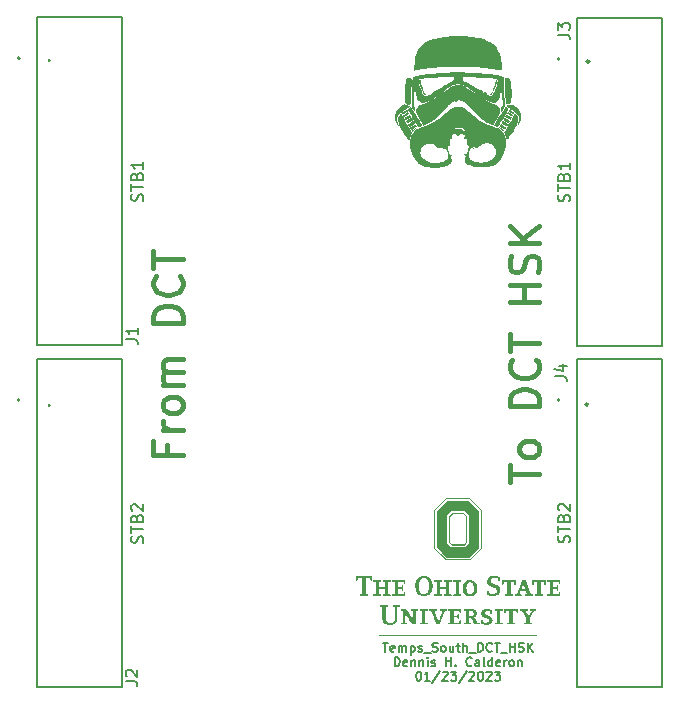
<source format=gbr>
%TF.GenerationSoftware,KiCad,Pcbnew,(6.0.9)*%
%TF.CreationDate,2023-01-22T20:12:46-05:00*%
%TF.ProjectId,Temps_South_DCT_HSK,54656d70-735f-4536-9f75-74685f444354,rev?*%
%TF.SameCoordinates,Original*%
%TF.FileFunction,Legend,Top*%
%TF.FilePolarity,Positive*%
%FSLAX46Y46*%
G04 Gerber Fmt 4.6, Leading zero omitted, Abs format (unit mm)*
G04 Created by KiCad (PCBNEW (6.0.9)) date 2023-01-22 20:12:46*
%MOMM*%
%LPD*%
G01*
G04 APERTURE LIST*
%ADD10C,0.254000*%
%ADD11C,0.400000*%
%ADD12C,0.150000*%
%ADD13C,0.200000*%
%ADD14C,0.300000*%
%ADD15C,0.127000*%
G04 APERTURE END LIST*
D10*
X138392956Y-50900000D02*
G75*
G03*
X138392956Y-50900000I-102956J0D01*
G01*
X92670001Y-50830000D02*
G75*
G03*
X92670001Y-50830000I-1J0D01*
G01*
X92680001Y-80020000D02*
G75*
G03*
X92680001Y-80020000I-1J0D01*
G01*
X138312956Y-79920000D02*
G75*
G03*
X138312956Y-79920000I-102956J0D01*
G01*
D11*
X131663352Y-86514980D02*
X131663352Y-85086409D01*
X134163352Y-85800695D02*
X131663352Y-85800695D01*
X134163352Y-83895933D02*
X134044304Y-84134028D01*
X133925257Y-84253076D01*
X133687161Y-84372123D01*
X132972876Y-84372123D01*
X132734780Y-84253076D01*
X132615733Y-84134028D01*
X132496685Y-83895933D01*
X132496685Y-83538790D01*
X132615733Y-83300695D01*
X132734780Y-83181647D01*
X132972876Y-83062600D01*
X133687161Y-83062600D01*
X133925257Y-83181647D01*
X134044304Y-83300695D01*
X134163352Y-83538790D01*
X134163352Y-83895933D01*
X134163352Y-80086409D02*
X131663352Y-80086409D01*
X131663352Y-79491171D01*
X131782400Y-79134028D01*
X132020495Y-78895933D01*
X132258590Y-78776885D01*
X132734780Y-78657838D01*
X133091923Y-78657838D01*
X133568114Y-78776885D01*
X133806209Y-78895933D01*
X134044304Y-79134028D01*
X134163352Y-79491171D01*
X134163352Y-80086409D01*
X133925257Y-76157838D02*
X134044304Y-76276885D01*
X134163352Y-76634028D01*
X134163352Y-76872123D01*
X134044304Y-77229266D01*
X133806209Y-77467361D01*
X133568114Y-77586409D01*
X133091923Y-77705457D01*
X132734780Y-77705457D01*
X132258590Y-77586409D01*
X132020495Y-77467361D01*
X131782400Y-77229266D01*
X131663352Y-76872123D01*
X131663352Y-76634028D01*
X131782400Y-76276885D01*
X131901447Y-76157838D01*
X131663352Y-75443552D02*
X131663352Y-74014980D01*
X134163352Y-74729266D02*
X131663352Y-74729266D01*
X134163352Y-71276885D02*
X131663352Y-71276885D01*
X132853828Y-71276885D02*
X132853828Y-69848314D01*
X134163352Y-69848314D02*
X131663352Y-69848314D01*
X134044304Y-68776885D02*
X134163352Y-68419742D01*
X134163352Y-67824504D01*
X134044304Y-67586409D01*
X133925257Y-67467361D01*
X133687161Y-67348314D01*
X133449066Y-67348314D01*
X133210971Y-67467361D01*
X133091923Y-67586409D01*
X132972876Y-67824504D01*
X132853828Y-68300695D01*
X132734780Y-68538790D01*
X132615733Y-68657838D01*
X132377638Y-68776885D01*
X132139542Y-68776885D01*
X131901447Y-68657838D01*
X131782400Y-68538790D01*
X131663352Y-68300695D01*
X131663352Y-67705457D01*
X131782400Y-67348314D01*
X134163352Y-66276885D02*
X131663352Y-66276885D01*
X134163352Y-64848314D02*
X132734780Y-65919742D01*
X131663352Y-64848314D02*
X133091923Y-66276885D01*
D12*
X120921114Y-100118494D02*
X121356542Y-100118494D01*
X121138828Y-100880494D02*
X121138828Y-100118494D01*
X121900828Y-100844208D02*
X121828257Y-100880494D01*
X121683114Y-100880494D01*
X121610542Y-100844208D01*
X121574257Y-100771637D01*
X121574257Y-100481351D01*
X121610542Y-100408780D01*
X121683114Y-100372494D01*
X121828257Y-100372494D01*
X121900828Y-100408780D01*
X121937114Y-100481351D01*
X121937114Y-100553922D01*
X121574257Y-100626494D01*
X122263685Y-100880494D02*
X122263685Y-100372494D01*
X122263685Y-100445065D02*
X122299971Y-100408780D01*
X122372542Y-100372494D01*
X122481400Y-100372494D01*
X122553971Y-100408780D01*
X122590257Y-100481351D01*
X122590257Y-100880494D01*
X122590257Y-100481351D02*
X122626542Y-100408780D01*
X122699114Y-100372494D01*
X122807971Y-100372494D01*
X122880542Y-100408780D01*
X122916828Y-100481351D01*
X122916828Y-100880494D01*
X123279685Y-100372494D02*
X123279685Y-101134494D01*
X123279685Y-100408780D02*
X123352257Y-100372494D01*
X123497400Y-100372494D01*
X123569971Y-100408780D01*
X123606257Y-100445065D01*
X123642542Y-100517637D01*
X123642542Y-100735351D01*
X123606257Y-100807922D01*
X123569971Y-100844208D01*
X123497400Y-100880494D01*
X123352257Y-100880494D01*
X123279685Y-100844208D01*
X123932828Y-100844208D02*
X124005400Y-100880494D01*
X124150542Y-100880494D01*
X124223114Y-100844208D01*
X124259400Y-100771637D01*
X124259400Y-100735351D01*
X124223114Y-100662780D01*
X124150542Y-100626494D01*
X124041685Y-100626494D01*
X123969114Y-100590208D01*
X123932828Y-100517637D01*
X123932828Y-100481351D01*
X123969114Y-100408780D01*
X124041685Y-100372494D01*
X124150542Y-100372494D01*
X124223114Y-100408780D01*
X124404542Y-100953065D02*
X124985114Y-100953065D01*
X125130257Y-100844208D02*
X125239114Y-100880494D01*
X125420542Y-100880494D01*
X125493114Y-100844208D01*
X125529400Y-100807922D01*
X125565685Y-100735351D01*
X125565685Y-100662780D01*
X125529400Y-100590208D01*
X125493114Y-100553922D01*
X125420542Y-100517637D01*
X125275400Y-100481351D01*
X125202828Y-100445065D01*
X125166542Y-100408780D01*
X125130257Y-100336208D01*
X125130257Y-100263637D01*
X125166542Y-100191065D01*
X125202828Y-100154780D01*
X125275400Y-100118494D01*
X125456828Y-100118494D01*
X125565685Y-100154780D01*
X126001114Y-100880494D02*
X125928542Y-100844208D01*
X125892257Y-100807922D01*
X125855971Y-100735351D01*
X125855971Y-100517637D01*
X125892257Y-100445065D01*
X125928542Y-100408780D01*
X126001114Y-100372494D01*
X126109971Y-100372494D01*
X126182542Y-100408780D01*
X126218828Y-100445065D01*
X126255114Y-100517637D01*
X126255114Y-100735351D01*
X126218828Y-100807922D01*
X126182542Y-100844208D01*
X126109971Y-100880494D01*
X126001114Y-100880494D01*
X126908257Y-100372494D02*
X126908257Y-100880494D01*
X126581685Y-100372494D02*
X126581685Y-100771637D01*
X126617971Y-100844208D01*
X126690542Y-100880494D01*
X126799400Y-100880494D01*
X126871971Y-100844208D01*
X126908257Y-100807922D01*
X127162257Y-100372494D02*
X127452542Y-100372494D01*
X127271114Y-100118494D02*
X127271114Y-100771637D01*
X127307400Y-100844208D01*
X127379971Y-100880494D01*
X127452542Y-100880494D01*
X127706542Y-100880494D02*
X127706542Y-100118494D01*
X128033114Y-100880494D02*
X128033114Y-100481351D01*
X127996828Y-100408780D01*
X127924257Y-100372494D01*
X127815400Y-100372494D01*
X127742828Y-100408780D01*
X127706542Y-100445065D01*
X128214542Y-100953065D02*
X128795114Y-100953065D01*
X128976542Y-100880494D02*
X128976542Y-100118494D01*
X129157971Y-100118494D01*
X129266828Y-100154780D01*
X129339400Y-100227351D01*
X129375685Y-100299922D01*
X129411971Y-100445065D01*
X129411971Y-100553922D01*
X129375685Y-100699065D01*
X129339400Y-100771637D01*
X129266828Y-100844208D01*
X129157971Y-100880494D01*
X128976542Y-100880494D01*
X130173971Y-100807922D02*
X130137685Y-100844208D01*
X130028828Y-100880494D01*
X129956257Y-100880494D01*
X129847400Y-100844208D01*
X129774828Y-100771637D01*
X129738542Y-100699065D01*
X129702257Y-100553922D01*
X129702257Y-100445065D01*
X129738542Y-100299922D01*
X129774828Y-100227351D01*
X129847400Y-100154780D01*
X129956257Y-100118494D01*
X130028828Y-100118494D01*
X130137685Y-100154780D01*
X130173971Y-100191065D01*
X130391685Y-100118494D02*
X130827114Y-100118494D01*
X130609400Y-100880494D02*
X130609400Y-100118494D01*
X130899685Y-100953065D02*
X131480257Y-100953065D01*
X131661685Y-100880494D02*
X131661685Y-100118494D01*
X131661685Y-100481351D02*
X132097114Y-100481351D01*
X132097114Y-100880494D02*
X132097114Y-100118494D01*
X132423685Y-100844208D02*
X132532542Y-100880494D01*
X132713971Y-100880494D01*
X132786542Y-100844208D01*
X132822828Y-100807922D01*
X132859114Y-100735351D01*
X132859114Y-100662780D01*
X132822828Y-100590208D01*
X132786542Y-100553922D01*
X132713971Y-100517637D01*
X132568828Y-100481351D01*
X132496257Y-100445065D01*
X132459971Y-100408780D01*
X132423685Y-100336208D01*
X132423685Y-100263637D01*
X132459971Y-100191065D01*
X132496257Y-100154780D01*
X132568828Y-100118494D01*
X132750257Y-100118494D01*
X132859114Y-100154780D01*
X133185685Y-100880494D02*
X133185685Y-100118494D01*
X133621114Y-100880494D02*
X133294542Y-100445065D01*
X133621114Y-100118494D02*
X133185685Y-100553922D01*
X121918971Y-102107314D02*
X121918971Y-101345314D01*
X122100400Y-101345314D01*
X122209257Y-101381600D01*
X122281828Y-101454171D01*
X122318114Y-101526742D01*
X122354400Y-101671885D01*
X122354400Y-101780742D01*
X122318114Y-101925885D01*
X122281828Y-101998457D01*
X122209257Y-102071028D01*
X122100400Y-102107314D01*
X121918971Y-102107314D01*
X122971257Y-102071028D02*
X122898685Y-102107314D01*
X122753542Y-102107314D01*
X122680971Y-102071028D01*
X122644685Y-101998457D01*
X122644685Y-101708171D01*
X122680971Y-101635600D01*
X122753542Y-101599314D01*
X122898685Y-101599314D01*
X122971257Y-101635600D01*
X123007542Y-101708171D01*
X123007542Y-101780742D01*
X122644685Y-101853314D01*
X123334114Y-101599314D02*
X123334114Y-102107314D01*
X123334114Y-101671885D02*
X123370400Y-101635600D01*
X123442971Y-101599314D01*
X123551828Y-101599314D01*
X123624400Y-101635600D01*
X123660685Y-101708171D01*
X123660685Y-102107314D01*
X124023542Y-101599314D02*
X124023542Y-102107314D01*
X124023542Y-101671885D02*
X124059828Y-101635600D01*
X124132400Y-101599314D01*
X124241257Y-101599314D01*
X124313828Y-101635600D01*
X124350114Y-101708171D01*
X124350114Y-102107314D01*
X124712971Y-102107314D02*
X124712971Y-101599314D01*
X124712971Y-101345314D02*
X124676685Y-101381600D01*
X124712971Y-101417885D01*
X124749257Y-101381600D01*
X124712971Y-101345314D01*
X124712971Y-101417885D01*
X125039542Y-102071028D02*
X125112114Y-102107314D01*
X125257257Y-102107314D01*
X125329828Y-102071028D01*
X125366114Y-101998457D01*
X125366114Y-101962171D01*
X125329828Y-101889600D01*
X125257257Y-101853314D01*
X125148400Y-101853314D01*
X125075828Y-101817028D01*
X125039542Y-101744457D01*
X125039542Y-101708171D01*
X125075828Y-101635600D01*
X125148400Y-101599314D01*
X125257257Y-101599314D01*
X125329828Y-101635600D01*
X126273257Y-102107314D02*
X126273257Y-101345314D01*
X126273257Y-101708171D02*
X126708685Y-101708171D01*
X126708685Y-102107314D02*
X126708685Y-101345314D01*
X127071542Y-102034742D02*
X127107828Y-102071028D01*
X127071542Y-102107314D01*
X127035257Y-102071028D01*
X127071542Y-102034742D01*
X127071542Y-102107314D01*
X128450400Y-102034742D02*
X128414114Y-102071028D01*
X128305257Y-102107314D01*
X128232685Y-102107314D01*
X128123828Y-102071028D01*
X128051257Y-101998457D01*
X128014971Y-101925885D01*
X127978685Y-101780742D01*
X127978685Y-101671885D01*
X128014971Y-101526742D01*
X128051257Y-101454171D01*
X128123828Y-101381600D01*
X128232685Y-101345314D01*
X128305257Y-101345314D01*
X128414114Y-101381600D01*
X128450400Y-101417885D01*
X129103542Y-102107314D02*
X129103542Y-101708171D01*
X129067257Y-101635600D01*
X128994685Y-101599314D01*
X128849542Y-101599314D01*
X128776971Y-101635600D01*
X129103542Y-102071028D02*
X129030971Y-102107314D01*
X128849542Y-102107314D01*
X128776971Y-102071028D01*
X128740685Y-101998457D01*
X128740685Y-101925885D01*
X128776971Y-101853314D01*
X128849542Y-101817028D01*
X129030971Y-101817028D01*
X129103542Y-101780742D01*
X129575257Y-102107314D02*
X129502685Y-102071028D01*
X129466400Y-101998457D01*
X129466400Y-101345314D01*
X130192114Y-102107314D02*
X130192114Y-101345314D01*
X130192114Y-102071028D02*
X130119542Y-102107314D01*
X129974400Y-102107314D01*
X129901828Y-102071028D01*
X129865542Y-102034742D01*
X129829257Y-101962171D01*
X129829257Y-101744457D01*
X129865542Y-101671885D01*
X129901828Y-101635600D01*
X129974400Y-101599314D01*
X130119542Y-101599314D01*
X130192114Y-101635600D01*
X130845257Y-102071028D02*
X130772685Y-102107314D01*
X130627542Y-102107314D01*
X130554971Y-102071028D01*
X130518685Y-101998457D01*
X130518685Y-101708171D01*
X130554971Y-101635600D01*
X130627542Y-101599314D01*
X130772685Y-101599314D01*
X130845257Y-101635600D01*
X130881542Y-101708171D01*
X130881542Y-101780742D01*
X130518685Y-101853314D01*
X131208114Y-102107314D02*
X131208114Y-101599314D01*
X131208114Y-101744457D02*
X131244400Y-101671885D01*
X131280685Y-101635600D01*
X131353257Y-101599314D01*
X131425828Y-101599314D01*
X131788685Y-102107314D02*
X131716114Y-102071028D01*
X131679828Y-102034742D01*
X131643542Y-101962171D01*
X131643542Y-101744457D01*
X131679828Y-101671885D01*
X131716114Y-101635600D01*
X131788685Y-101599314D01*
X131897542Y-101599314D01*
X131970114Y-101635600D01*
X132006400Y-101671885D01*
X132042685Y-101744457D01*
X132042685Y-101962171D01*
X132006400Y-102034742D01*
X131970114Y-102071028D01*
X131897542Y-102107314D01*
X131788685Y-102107314D01*
X132369257Y-101599314D02*
X132369257Y-102107314D01*
X132369257Y-101671885D02*
X132405542Y-101635600D01*
X132478114Y-101599314D01*
X132586971Y-101599314D01*
X132659542Y-101635600D01*
X132695828Y-101708171D01*
X132695828Y-102107314D01*
X123932828Y-102572134D02*
X124005400Y-102572134D01*
X124077971Y-102608420D01*
X124114257Y-102644705D01*
X124150542Y-102717277D01*
X124186828Y-102862420D01*
X124186828Y-103043848D01*
X124150542Y-103188991D01*
X124114257Y-103261562D01*
X124077971Y-103297848D01*
X124005400Y-103334134D01*
X123932828Y-103334134D01*
X123860257Y-103297848D01*
X123823971Y-103261562D01*
X123787685Y-103188991D01*
X123751400Y-103043848D01*
X123751400Y-102862420D01*
X123787685Y-102717277D01*
X123823971Y-102644705D01*
X123860257Y-102608420D01*
X123932828Y-102572134D01*
X124912542Y-103334134D02*
X124477114Y-103334134D01*
X124694828Y-103334134D02*
X124694828Y-102572134D01*
X124622257Y-102680991D01*
X124549685Y-102753562D01*
X124477114Y-102789848D01*
X125783400Y-102535848D02*
X125130257Y-103515562D01*
X126001114Y-102644705D02*
X126037400Y-102608420D01*
X126109971Y-102572134D01*
X126291400Y-102572134D01*
X126363971Y-102608420D01*
X126400257Y-102644705D01*
X126436542Y-102717277D01*
X126436542Y-102789848D01*
X126400257Y-102898705D01*
X125964828Y-103334134D01*
X126436542Y-103334134D01*
X126690542Y-102572134D02*
X127162257Y-102572134D01*
X126908257Y-102862420D01*
X127017114Y-102862420D01*
X127089685Y-102898705D01*
X127125971Y-102934991D01*
X127162257Y-103007562D01*
X127162257Y-103188991D01*
X127125971Y-103261562D01*
X127089685Y-103297848D01*
X127017114Y-103334134D01*
X126799400Y-103334134D01*
X126726828Y-103297848D01*
X126690542Y-103261562D01*
X128033114Y-102535848D02*
X127379971Y-103515562D01*
X128250828Y-102644705D02*
X128287114Y-102608420D01*
X128359685Y-102572134D01*
X128541114Y-102572134D01*
X128613685Y-102608420D01*
X128649971Y-102644705D01*
X128686257Y-102717277D01*
X128686257Y-102789848D01*
X128649971Y-102898705D01*
X128214542Y-103334134D01*
X128686257Y-103334134D01*
X129157971Y-102572134D02*
X129230542Y-102572134D01*
X129303114Y-102608420D01*
X129339400Y-102644705D01*
X129375685Y-102717277D01*
X129411971Y-102862420D01*
X129411971Y-103043848D01*
X129375685Y-103188991D01*
X129339400Y-103261562D01*
X129303114Y-103297848D01*
X129230542Y-103334134D01*
X129157971Y-103334134D01*
X129085400Y-103297848D01*
X129049114Y-103261562D01*
X129012828Y-103188991D01*
X128976542Y-103043848D01*
X128976542Y-102862420D01*
X129012828Y-102717277D01*
X129049114Y-102644705D01*
X129085400Y-102608420D01*
X129157971Y-102572134D01*
X129702257Y-102644705D02*
X129738542Y-102608420D01*
X129811114Y-102572134D01*
X129992542Y-102572134D01*
X130065114Y-102608420D01*
X130101400Y-102644705D01*
X130137685Y-102717277D01*
X130137685Y-102789848D01*
X130101400Y-102898705D01*
X129665971Y-103334134D01*
X130137685Y-103334134D01*
X130391685Y-102572134D02*
X130863400Y-102572134D01*
X130609400Y-102862420D01*
X130718257Y-102862420D01*
X130790828Y-102898705D01*
X130827114Y-102934991D01*
X130863400Y-103007562D01*
X130863400Y-103188991D01*
X130827114Y-103261562D01*
X130790828Y-103297848D01*
X130718257Y-103334134D01*
X130500542Y-103334134D01*
X130427971Y-103297848D01*
X130391685Y-103261562D01*
D13*
X100587161Y-91660458D02*
X100634780Y-91517601D01*
X100634780Y-91279505D01*
X100587161Y-91184267D01*
X100539542Y-91136648D01*
X100444304Y-91089029D01*
X100349066Y-91089029D01*
X100253828Y-91136648D01*
X100206209Y-91184267D01*
X100158590Y-91279505D01*
X100110971Y-91469981D01*
X100063352Y-91565220D01*
X100015733Y-91612839D01*
X99920495Y-91660458D01*
X99825257Y-91660458D01*
X99730019Y-91612839D01*
X99682400Y-91565220D01*
X99634780Y-91469981D01*
X99634780Y-91231886D01*
X99682400Y-91089029D01*
X99634780Y-90803315D02*
X99634780Y-90231886D01*
X100634780Y-90517601D02*
X99634780Y-90517601D01*
X100110971Y-89565220D02*
X100158590Y-89422362D01*
X100206209Y-89374743D01*
X100301447Y-89327124D01*
X100444304Y-89327124D01*
X100539542Y-89374743D01*
X100587161Y-89422362D01*
X100634780Y-89517601D01*
X100634780Y-89898553D01*
X99634780Y-89898553D01*
X99634780Y-89565220D01*
X99682400Y-89469981D01*
X99730019Y-89422362D01*
X99825257Y-89374743D01*
X99920495Y-89374743D01*
X100015733Y-89422362D01*
X100063352Y-89469981D01*
X100110971Y-89565220D01*
X100110971Y-89898553D01*
X99730019Y-88946172D02*
X99682400Y-88898553D01*
X99634780Y-88803315D01*
X99634780Y-88565220D01*
X99682400Y-88469981D01*
X99730019Y-88422362D01*
X99825257Y-88374743D01*
X99920495Y-88374743D01*
X100063352Y-88422362D01*
X100634780Y-88993791D01*
X100634780Y-88374743D01*
X136712161Y-91630457D02*
X136759780Y-91487600D01*
X136759780Y-91249504D01*
X136712161Y-91154266D01*
X136664542Y-91106647D01*
X136569304Y-91059028D01*
X136474066Y-91059028D01*
X136378828Y-91106647D01*
X136331209Y-91154266D01*
X136283590Y-91249504D01*
X136235971Y-91439980D01*
X136188352Y-91535219D01*
X136140733Y-91582838D01*
X136045495Y-91630457D01*
X135950257Y-91630457D01*
X135855019Y-91582838D01*
X135807400Y-91535219D01*
X135759780Y-91439980D01*
X135759780Y-91201885D01*
X135807400Y-91059028D01*
X135759780Y-90773314D02*
X135759780Y-90201885D01*
X136759780Y-90487600D02*
X135759780Y-90487600D01*
X136235971Y-89535219D02*
X136283590Y-89392361D01*
X136331209Y-89344742D01*
X136426447Y-89297123D01*
X136569304Y-89297123D01*
X136664542Y-89344742D01*
X136712161Y-89392361D01*
X136759780Y-89487600D01*
X136759780Y-89868552D01*
X135759780Y-89868552D01*
X135759780Y-89535219D01*
X135807400Y-89439980D01*
X135855019Y-89392361D01*
X135950257Y-89344742D01*
X136045495Y-89344742D01*
X136140733Y-89392361D01*
X136188352Y-89439980D01*
X136235971Y-89535219D01*
X136235971Y-89868552D01*
X135855019Y-88916171D02*
X135807400Y-88868552D01*
X135759780Y-88773314D01*
X135759780Y-88535219D01*
X135807400Y-88439980D01*
X135855019Y-88392361D01*
X135950257Y-88344742D01*
X136045495Y-88344742D01*
X136188352Y-88392361D01*
X136759780Y-88963790D01*
X136759780Y-88344742D01*
D11*
X102678828Y-83381647D02*
X102678828Y-84214980D01*
X103988352Y-84214980D02*
X101488352Y-84214980D01*
X101488352Y-83024504D01*
X103988352Y-82072123D02*
X102321685Y-82072123D01*
X102797876Y-82072123D02*
X102559780Y-81953076D01*
X102440733Y-81834028D01*
X102321685Y-81595933D01*
X102321685Y-81357838D01*
X103988352Y-80167361D02*
X103869304Y-80405457D01*
X103750257Y-80524504D01*
X103512161Y-80643552D01*
X102797876Y-80643552D01*
X102559780Y-80524504D01*
X102440733Y-80405457D01*
X102321685Y-80167361D01*
X102321685Y-79810219D01*
X102440733Y-79572123D01*
X102559780Y-79453076D01*
X102797876Y-79334028D01*
X103512161Y-79334028D01*
X103750257Y-79453076D01*
X103869304Y-79572123D01*
X103988352Y-79810219D01*
X103988352Y-80167361D01*
X103988352Y-78262600D02*
X102321685Y-78262600D01*
X102559780Y-78262600D02*
X102440733Y-78143552D01*
X102321685Y-77905457D01*
X102321685Y-77548314D01*
X102440733Y-77310219D01*
X102678828Y-77191171D01*
X103988352Y-77191171D01*
X102678828Y-77191171D02*
X102440733Y-77072123D01*
X102321685Y-76834028D01*
X102321685Y-76476885D01*
X102440733Y-76238790D01*
X102678828Y-76119742D01*
X103988352Y-76119742D01*
X103988352Y-73024504D02*
X101488352Y-73024504D01*
X101488352Y-72429266D01*
X101607400Y-72072123D01*
X101845495Y-71834028D01*
X102083590Y-71714980D01*
X102559780Y-71595933D01*
X102916923Y-71595933D01*
X103393114Y-71714980D01*
X103631209Y-71834028D01*
X103869304Y-72072123D01*
X103988352Y-72429266D01*
X103988352Y-73024504D01*
X103750257Y-69095933D02*
X103869304Y-69214980D01*
X103988352Y-69572123D01*
X103988352Y-69810219D01*
X103869304Y-70167361D01*
X103631209Y-70405457D01*
X103393114Y-70524504D01*
X102916923Y-70643552D01*
X102559780Y-70643552D01*
X102083590Y-70524504D01*
X101845495Y-70405457D01*
X101607400Y-70167361D01*
X101488352Y-69810219D01*
X101488352Y-69572123D01*
X101607400Y-69214980D01*
X101726447Y-69095933D01*
X101488352Y-68381647D02*
X101488352Y-66953076D01*
X103988352Y-67667361D02*
X101488352Y-67667361D01*
D13*
X136712161Y-62755258D02*
X136759780Y-62612401D01*
X136759780Y-62374305D01*
X136712161Y-62279067D01*
X136664542Y-62231448D01*
X136569304Y-62183829D01*
X136474066Y-62183829D01*
X136378828Y-62231448D01*
X136331209Y-62279067D01*
X136283590Y-62374305D01*
X136235971Y-62564781D01*
X136188352Y-62660020D01*
X136140733Y-62707639D01*
X136045495Y-62755258D01*
X135950257Y-62755258D01*
X135855019Y-62707639D01*
X135807400Y-62660020D01*
X135759780Y-62564781D01*
X135759780Y-62326686D01*
X135807400Y-62183829D01*
X135759780Y-61898115D02*
X135759780Y-61326686D01*
X136759780Y-61612401D02*
X135759780Y-61612401D01*
X136235971Y-60660020D02*
X136283590Y-60517162D01*
X136331209Y-60469543D01*
X136426447Y-60421924D01*
X136569304Y-60421924D01*
X136664542Y-60469543D01*
X136712161Y-60517162D01*
X136759780Y-60612401D01*
X136759780Y-60993353D01*
X135759780Y-60993353D01*
X135759780Y-60660020D01*
X135807400Y-60564781D01*
X135855019Y-60517162D01*
X135950257Y-60469543D01*
X136045495Y-60469543D01*
X136140733Y-60517162D01*
X136188352Y-60564781D01*
X136235971Y-60660020D01*
X136235971Y-60993353D01*
X136759780Y-59469543D02*
X136759780Y-60040972D01*
X136759780Y-59755258D02*
X135759780Y-59755258D01*
X135902638Y-59850496D01*
X135997876Y-59945734D01*
X136045495Y-60040972D01*
X100587161Y-62704458D02*
X100634780Y-62561601D01*
X100634780Y-62323505D01*
X100587161Y-62228267D01*
X100539542Y-62180648D01*
X100444304Y-62133029D01*
X100349066Y-62133029D01*
X100253828Y-62180648D01*
X100206209Y-62228267D01*
X100158590Y-62323505D01*
X100110971Y-62513981D01*
X100063352Y-62609220D01*
X100015733Y-62656839D01*
X99920495Y-62704458D01*
X99825257Y-62704458D01*
X99730019Y-62656839D01*
X99682400Y-62609220D01*
X99634780Y-62513981D01*
X99634780Y-62275886D01*
X99682400Y-62133029D01*
X99634780Y-61847315D02*
X99634780Y-61275886D01*
X100634780Y-61561601D02*
X99634780Y-61561601D01*
X100110971Y-60609220D02*
X100158590Y-60466362D01*
X100206209Y-60418743D01*
X100301447Y-60371124D01*
X100444304Y-60371124D01*
X100539542Y-60418743D01*
X100587161Y-60466362D01*
X100634780Y-60561601D01*
X100634780Y-60942553D01*
X99634780Y-60942553D01*
X99634780Y-60609220D01*
X99682400Y-60513981D01*
X99730019Y-60466362D01*
X99825257Y-60418743D01*
X99920495Y-60418743D01*
X100015733Y-60466362D01*
X100063352Y-60513981D01*
X100110971Y-60609220D01*
X100110971Y-60942553D01*
X100634780Y-59418743D02*
X100634780Y-59990172D01*
X100634780Y-59704458D02*
X99634780Y-59704458D01*
X99777638Y-59799696D01*
X99872876Y-59894934D01*
X99920495Y-59990172D01*
D12*
%TO.C,J2*%
X99147380Y-103406533D02*
X99861666Y-103406533D01*
X100004523Y-103454152D01*
X100099761Y-103549390D01*
X100147380Y-103692247D01*
X100147380Y-103787485D01*
X99242619Y-102977961D02*
X99195000Y-102930342D01*
X99147380Y-102835104D01*
X99147380Y-102597009D01*
X99195000Y-102501771D01*
X99242619Y-102454152D01*
X99337857Y-102406533D01*
X99433095Y-102406533D01*
X99575952Y-102454152D01*
X100147380Y-103025580D01*
X100147380Y-102406533D01*
D14*
%TO.C,G\u002A\u002A\u002A*%
X125951529Y-53557023D02*
X125806386Y-53484451D01*
X125588672Y-53484451D01*
X125370958Y-53557023D01*
X125225815Y-53702165D01*
X125153243Y-53847308D01*
X125080672Y-54137594D01*
X125080672Y-54355308D01*
X125153243Y-54645594D01*
X125225815Y-54790737D01*
X125370958Y-54935880D01*
X125588672Y-55008451D01*
X125733815Y-55008451D01*
X125951529Y-54935880D01*
X126024101Y-54863308D01*
X126024101Y-54355308D01*
X125733815Y-54355308D01*
X126894958Y-53484451D02*
X126894958Y-53847308D01*
X126532101Y-53702165D02*
X126894958Y-53847308D01*
X127257815Y-53702165D01*
X126677243Y-54137594D02*
X126894958Y-53847308D01*
X127112672Y-54137594D01*
X128056101Y-53484451D02*
X128056101Y-53847308D01*
X127693243Y-53702165D02*
X128056101Y-53847308D01*
X128418958Y-53702165D01*
X127838386Y-54137594D02*
X128056101Y-53847308D01*
X128273815Y-54137594D01*
X129217243Y-53484451D02*
X129217243Y-53847308D01*
X128854386Y-53702165D02*
X129217243Y-53847308D01*
X129580101Y-53702165D01*
X128999529Y-54137594D02*
X129217243Y-53847308D01*
X129434958Y-54137594D01*
D12*
%TO.C,J3*%
X135748780Y-48644133D02*
X136463066Y-48644133D01*
X136605923Y-48691752D01*
X136701161Y-48786990D01*
X136748780Y-48929847D01*
X136748780Y-49025085D01*
X135748780Y-48263180D02*
X135748780Y-47644133D01*
X136129733Y-47977466D01*
X136129733Y-47834609D01*
X136177352Y-47739371D01*
X136224971Y-47691752D01*
X136320209Y-47644133D01*
X136558304Y-47644133D01*
X136653542Y-47691752D01*
X136701161Y-47739371D01*
X136748780Y-47834609D01*
X136748780Y-48120323D01*
X136701161Y-48215561D01*
X136653542Y-48263180D01*
%TO.C,J4*%
X135494780Y-77574733D02*
X136209066Y-77574733D01*
X136351923Y-77622352D01*
X136447161Y-77717590D01*
X136494780Y-77860447D01*
X136494780Y-77955685D01*
X135828114Y-76669971D02*
X136494780Y-76669971D01*
X135447161Y-76908066D02*
X136161447Y-77146161D01*
X136161447Y-76527114D01*
%TO.C,J1*%
X99172780Y-74450533D02*
X99887066Y-74450533D01*
X100029923Y-74498152D01*
X100125161Y-74593390D01*
X100172780Y-74736247D01*
X100172780Y-74831485D01*
X100172780Y-73450533D02*
X100172780Y-74021961D01*
X100172780Y-73736247D02*
X99172780Y-73736247D01*
X99315638Y-73831485D01*
X99410876Y-73926723D01*
X99458495Y-74021961D01*
D15*
%TO.C,J2*%
X98831600Y-103911600D02*
X91617600Y-103911600D01*
X98831600Y-76123600D02*
X98831600Y-103911600D01*
X91617600Y-76123600D02*
X98831600Y-76123600D01*
X91617600Y-103911600D02*
X91617600Y-76123600D01*
D13*
X90183080Y-79583280D02*
G75*
G03*
X90183080Y-79583280I-100000J0D01*
G01*
%TO.C,G\u002A\u002A\u002A*%
G36*
X122996079Y-55006933D02*
G01*
X123024447Y-55047606D01*
X123045427Y-55092474D01*
X123049598Y-55113403D01*
X123031571Y-55130379D01*
X122982616Y-55164851D01*
X122910416Y-55211844D01*
X122822658Y-55266380D01*
X122727027Y-55323481D01*
X122709306Y-55333800D01*
X122603579Y-55395112D01*
X122577570Y-55338028D01*
X122567573Y-55278479D01*
X122589431Y-55232207D01*
X122636561Y-55212640D01*
X122639053Y-55212603D01*
X122666982Y-55199617D01*
X122669827Y-55190263D01*
X122687921Y-55170444D01*
X122703336Y-55167924D01*
X122733064Y-55155861D01*
X122736845Y-55145584D01*
X122754939Y-55125765D01*
X122770354Y-55123245D01*
X122800083Y-55111182D01*
X122803863Y-55100905D01*
X122820988Y-55079362D01*
X122827137Y-55078566D01*
X122859000Y-55064594D01*
X122898368Y-55033887D01*
X122941287Y-55001433D01*
X122972036Y-54989208D01*
X122996079Y-55006933D01*
G37*
G36*
X130571018Y-52448284D02*
G01*
X130587288Y-52468053D01*
X130595675Y-52493132D01*
X130596105Y-52532729D01*
X130588503Y-52596054D01*
X130572793Y-52692317D01*
X130568832Y-52715400D01*
X130518995Y-52947720D01*
X130453168Y-53165315D01*
X130374349Y-53360764D01*
X130285538Y-53526645D01*
X130189732Y-53655535D01*
X130188527Y-53656854D01*
X130136746Y-53702311D01*
X130084284Y-53731574D01*
X130041909Y-53740711D01*
X130020387Y-53725788D01*
X130019519Y-53718592D01*
X130034819Y-53689599D01*
X130053842Y-53670502D01*
X130106976Y-53608316D01*
X130165208Y-53508624D01*
X130225949Y-53377932D01*
X130286606Y-53222746D01*
X130344587Y-53049572D01*
X130397302Y-52864915D01*
X130432451Y-52719993D01*
X130457071Y-52615360D01*
X130480371Y-52526355D01*
X130499753Y-52462288D01*
X130512617Y-52432466D01*
X130512779Y-52432293D01*
X130543777Y-52428392D01*
X130571018Y-52448284D01*
G37*
G36*
X123723128Y-56257238D02*
G01*
X123760981Y-56297515D01*
X123793949Y-56344878D01*
X123809082Y-56383156D01*
X123809140Y-56384836D01*
X123791562Y-56404010D01*
X123744827Y-56440447D01*
X123677935Y-56488170D01*
X123599889Y-56541199D01*
X123519687Y-56593556D01*
X123446331Y-56639262D01*
X123388821Y-56672339D01*
X123356158Y-56686807D01*
X123354244Y-56687009D01*
X123335278Y-56670230D01*
X123301925Y-56627817D01*
X123284650Y-56603236D01*
X123251000Y-56550761D01*
X123241548Y-56520953D01*
X123254204Y-56500348D01*
X123267090Y-56490094D01*
X123316223Y-56456447D01*
X123385764Y-56412480D01*
X123465842Y-56363978D01*
X123546587Y-56316727D01*
X123618129Y-56276514D01*
X123670598Y-56249124D01*
X123693339Y-56240219D01*
X123723128Y-56257238D01*
G37*
G36*
X123537711Y-55967363D02*
G01*
X123573665Y-56010741D01*
X123611119Y-56065999D01*
X123640631Y-56119196D01*
X123652762Y-56156393D01*
X123652764Y-56156660D01*
X123634841Y-56177415D01*
X123587275Y-56214108D01*
X123519369Y-56260788D01*
X123440430Y-56311500D01*
X123359761Y-56360292D01*
X123286668Y-56401210D01*
X123230453Y-56428301D01*
X123224641Y-56430583D01*
X123193831Y-56427505D01*
X123158731Y-56391441D01*
X123129698Y-56346025D01*
X123096546Y-56285590D01*
X123075655Y-56240076D01*
X123071937Y-56226273D01*
X123089781Y-56207446D01*
X123137060Y-56172368D01*
X123204400Y-56126918D01*
X123282426Y-56076977D01*
X123361761Y-56028426D01*
X123433032Y-55987146D01*
X123486861Y-55959017D01*
X123512694Y-55949806D01*
X123537711Y-55967363D01*
G37*
G36*
X127390623Y-48782039D02*
G01*
X127611593Y-48784395D01*
X127828536Y-48788527D01*
X128034531Y-48794336D01*
X128222660Y-48801724D01*
X128386003Y-48810592D01*
X128517641Y-48820841D01*
X128601195Y-48830835D01*
X128926176Y-48890135D01*
X129235275Y-48963879D01*
X129523060Y-49050201D01*
X129784100Y-49147237D01*
X130012963Y-49253122D01*
X130204218Y-49365990D01*
X130246720Y-49395960D01*
X130426155Y-49555103D01*
X130582333Y-49751479D01*
X130714553Y-49983754D01*
X130822117Y-50250595D01*
X130904323Y-50550667D01*
X130934658Y-50706636D01*
X130948505Y-50797596D01*
X130963045Y-50910160D01*
X130977576Y-51036657D01*
X130991395Y-51169415D01*
X131003800Y-51300760D01*
X131014089Y-51423022D01*
X131021561Y-51528528D01*
X131025512Y-51609606D01*
X131025241Y-51658583D01*
X131022772Y-51669357D01*
X130998421Y-51669029D01*
X130939650Y-51661599D01*
X130855913Y-51648404D01*
X130779061Y-51634915D01*
X130161016Y-51534790D01*
X129530099Y-51458401D01*
X128874958Y-51404453D01*
X128634470Y-51390458D01*
X128483912Y-51384471D01*
X128295483Y-51379984D01*
X128075961Y-51376939D01*
X127832129Y-51375282D01*
X127570765Y-51374957D01*
X127298650Y-51375909D01*
X127022564Y-51378080D01*
X126749287Y-51381417D01*
X126485600Y-51385863D01*
X126238283Y-51391362D01*
X126014115Y-51397859D01*
X125819878Y-51405299D01*
X125662350Y-51413624D01*
X125640979Y-51415037D01*
X125369174Y-51436650D01*
X125078492Y-51465172D01*
X124779193Y-51499266D01*
X124481536Y-51537597D01*
X124195781Y-51578829D01*
X123932188Y-51621625D01*
X123701017Y-51664651D01*
X123661058Y-51672855D01*
X123609149Y-51677234D01*
X123579107Y-51667841D01*
X123578505Y-51666981D01*
X123574625Y-51635946D01*
X123575162Y-51568533D01*
X123579513Y-51472762D01*
X123587080Y-51356651D01*
X123597260Y-51228221D01*
X123609454Y-51095490D01*
X123623060Y-50966477D01*
X123637479Y-50849201D01*
X123642407Y-50813794D01*
X123679833Y-50589689D01*
X123724150Y-50397137D01*
X123779114Y-50223120D01*
X123848478Y-50054624D01*
X123881438Y-49985162D01*
X123939698Y-49871596D01*
X123993166Y-49782788D01*
X124052580Y-49703826D01*
X124128677Y-49619797D01*
X124187664Y-49559892D01*
X124303084Y-49450950D01*
X124406617Y-49368420D01*
X124511798Y-49301968D01*
X124557513Y-49277497D01*
X124886846Y-49130305D01*
X125251914Y-49008033D01*
X125651100Y-48911087D01*
X126082788Y-48839869D01*
X126467540Y-48800363D01*
X126604856Y-48792355D01*
X126772742Y-48786618D01*
X126964278Y-48783052D01*
X127172545Y-48781558D01*
X127390623Y-48782039D01*
G37*
G36*
X131289220Y-55670530D02*
G01*
X131345878Y-55700014D01*
X131418728Y-55741955D01*
X131498300Y-55790462D01*
X131575121Y-55839644D01*
X131639720Y-55883610D01*
X131682627Y-55916470D01*
X131694980Y-55931036D01*
X131684002Y-55969179D01*
X131657088Y-56022474D01*
X131623268Y-56076289D01*
X131591572Y-56115989D01*
X131573584Y-56127752D01*
X131545670Y-56116651D01*
X131488396Y-56087169D01*
X131410634Y-56044046D01*
X131337549Y-56001678D01*
X131251515Y-55950764D01*
X131180971Y-55908795D01*
X131134005Y-55880598D01*
X131118679Y-55871075D01*
X131123697Y-55849774D01*
X131147465Y-55805891D01*
X131181513Y-55752271D01*
X131217372Y-55701763D01*
X131246573Y-55667215D01*
X131258225Y-55659392D01*
X131289220Y-55670530D01*
G37*
G36*
X123447208Y-52293658D02*
G01*
X123455129Y-52235166D01*
X123460670Y-52220955D01*
X123493458Y-52208019D01*
X123564139Y-52189511D01*
X123666446Y-52166632D01*
X123794111Y-52140584D01*
X123940863Y-52112570D01*
X124100436Y-52083792D01*
X124266560Y-52055452D01*
X124432968Y-52028753D01*
X124568683Y-52008430D01*
X125106212Y-51941953D01*
X125680335Y-51891791D01*
X126286007Y-51858054D01*
X126918186Y-51840853D01*
X127571828Y-51840297D01*
X128241889Y-51856499D01*
X128923326Y-51889567D01*
X129192958Y-51907191D01*
X129508106Y-51933270D01*
X129818060Y-51967524D01*
X130138994Y-52011958D01*
X130466308Y-52065000D01*
X130661191Y-52098854D01*
X130816422Y-52126991D01*
X130936492Y-52150587D01*
X131025894Y-52170817D01*
X131089119Y-52188857D01*
X131130660Y-52205883D01*
X131155008Y-52223072D01*
X131166655Y-52241597D01*
X131168607Y-52248832D01*
X131171388Y-52282555D01*
X131174660Y-52355124D01*
X131178249Y-52460711D01*
X131181986Y-52593487D01*
X131185698Y-52747624D01*
X131189213Y-52917293D01*
X131190753Y-53000993D01*
X131194927Y-53196400D01*
X131200517Y-53397280D01*
X131207160Y-53593858D01*
X131214490Y-53776357D01*
X131222144Y-53935002D01*
X131229757Y-54060016D01*
X131230725Y-54073289D01*
X131243616Y-54256679D01*
X131251570Y-54402186D01*
X131254370Y-54516355D01*
X131251797Y-54605730D01*
X131243630Y-54676858D01*
X131229652Y-54736285D01*
X131209643Y-54790554D01*
X131206482Y-54797809D01*
X131175700Y-54857829D01*
X131132086Y-54931198D01*
X131082226Y-55008235D01*
X131032707Y-55079261D01*
X130990117Y-55134595D01*
X130961041Y-55164557D01*
X130955079Y-55167272D01*
X130946259Y-55147211D01*
X130936023Y-55093776D01*
X130926465Y-55018133D01*
X130925738Y-55010900D01*
X130918699Y-54928882D01*
X130920348Y-54872644D01*
X130935087Y-54825058D01*
X130967319Y-54768994D01*
X131001040Y-54717941D01*
X131042662Y-54651726D01*
X131070833Y-54592630D01*
X131086553Y-54531274D01*
X131090824Y-54458279D01*
X131084647Y-54364265D01*
X131069021Y-54239852D01*
X131059279Y-54172166D01*
X131046246Y-54070410D01*
X131032068Y-53938165D01*
X131018116Y-53789549D01*
X131005760Y-53638681D01*
X131000869Y-53570650D01*
X130992076Y-53445604D01*
X130983932Y-53337176D01*
X130977032Y-53252751D01*
X130971975Y-53199712D01*
X130969680Y-53184864D01*
X130963786Y-53203498D01*
X130950860Y-53258887D01*
X130932450Y-53343936D01*
X130910103Y-53451552D01*
X130892704Y-53537724D01*
X130853140Y-53727678D01*
X130816681Y-53879719D01*
X130780263Y-54000185D01*
X130740823Y-54095414D01*
X130695296Y-54171745D01*
X130640620Y-54235516D01*
X130573730Y-54293065D01*
X130503587Y-54342756D01*
X130400675Y-54401802D01*
X130318720Y-54425866D01*
X130252366Y-54416069D01*
X130226159Y-54400905D01*
X130201984Y-54391638D01*
X130198235Y-54397211D01*
X130184491Y-54399220D01*
X130164725Y-54386041D01*
X130137709Y-54370445D01*
X130131216Y-54374872D01*
X130117472Y-54376881D01*
X130097707Y-54363702D01*
X130070686Y-54348037D01*
X130064198Y-54352366D01*
X130048379Y-54353460D01*
X130010135Y-54333409D01*
X130008349Y-54332247D01*
X129969425Y-54310672D01*
X129952522Y-54309089D01*
X129952500Y-54309461D01*
X129935364Y-54307210D01*
X129891444Y-54286478D01*
X129854914Y-54266079D01*
X129796770Y-54236021D01*
X129754954Y-54221788D01*
X129743216Y-54223000D01*
X129730356Y-54219718D01*
X129729105Y-54209730D01*
X129716001Y-54192912D01*
X129706766Y-54196156D01*
X129686213Y-54193643D01*
X129684426Y-54184986D01*
X129670818Y-54170418D01*
X129662087Y-54173816D01*
X129641535Y-54171304D01*
X129639747Y-54162647D01*
X129626139Y-54148079D01*
X129617408Y-54151477D01*
X129596779Y-54150693D01*
X129595068Y-54143358D01*
X129576018Y-54122768D01*
X129528987Y-54099888D01*
X129516880Y-54095628D01*
X129465929Y-54074393D01*
X129439659Y-54054808D01*
X129438692Y-54051638D01*
X129419780Y-54033280D01*
X129382843Y-54019436D01*
X129341003Y-54001497D01*
X129326994Y-53983505D01*
X129308894Y-53964061D01*
X129293485Y-53961591D01*
X129263757Y-53949528D01*
X129259976Y-53939252D01*
X129241882Y-53919432D01*
X129226467Y-53916912D01*
X129196738Y-53904849D01*
X129192958Y-53894573D01*
X129174864Y-53874753D01*
X129159448Y-53872233D01*
X129129720Y-53860170D01*
X129125939Y-53849894D01*
X129107797Y-53830189D01*
X129091729Y-53827554D01*
X129054454Y-53809481D01*
X129044660Y-53794045D01*
X129016532Y-53764355D01*
X129000682Y-53760536D01*
X128972520Y-53747674D01*
X128969563Y-53738196D01*
X128951647Y-53717980D01*
X128938443Y-53715857D01*
X128903957Y-53697837D01*
X128894466Y-53682347D01*
X128864611Y-53652630D01*
X128847397Y-53648838D01*
X128817221Y-53636991D01*
X128813186Y-53626499D01*
X128795270Y-53606283D01*
X128782067Y-53604159D01*
X128747580Y-53586140D01*
X128738089Y-53570650D01*
X128708234Y-53540932D01*
X128691020Y-53537141D01*
X128660844Y-53525294D01*
X128656810Y-53514801D01*
X128638667Y-53495096D01*
X128622599Y-53492462D01*
X128585325Y-53474389D01*
X128575530Y-53458953D01*
X128548736Y-53429287D01*
X128533943Y-53425443D01*
X128501611Y-53407469D01*
X128492355Y-53391934D01*
X128462500Y-53362216D01*
X128445286Y-53358425D01*
X128415110Y-53346578D01*
X128411075Y-53336085D01*
X128393159Y-53315869D01*
X128379956Y-53313746D01*
X128345469Y-53295726D01*
X128335978Y-53280237D01*
X128306123Y-53250519D01*
X128288909Y-53246727D01*
X128258733Y-53234880D01*
X128254699Y-53224388D01*
X128236605Y-53204569D01*
X128221190Y-53202048D01*
X128191461Y-53189986D01*
X128187681Y-53179709D01*
X128169586Y-53159890D01*
X128154171Y-53157369D01*
X128124443Y-53145307D01*
X128120662Y-53135030D01*
X128102568Y-53115211D01*
X128087153Y-53112690D01*
X128057424Y-53100628D01*
X128053644Y-53090351D01*
X128035666Y-53070268D01*
X128021730Y-53068011D01*
X127979786Y-53053304D01*
X127959204Y-53037399D01*
X127915558Y-53003347D01*
X127860958Y-52972314D01*
X127810489Y-52951567D01*
X127779237Y-52948370D01*
X127777232Y-52949759D01*
X127764327Y-52946684D01*
X127763230Y-52937698D01*
X127752149Y-52914932D01*
X127746476Y-52914281D01*
X127712966Y-52911488D01*
X127676517Y-52901135D01*
X127673872Y-52900465D01*
X127647518Y-52891393D01*
X127645948Y-52890379D01*
X127622518Y-52882171D01*
X127595684Y-52875136D01*
X127388087Y-52840329D01*
X127202041Y-52841478D01*
X127137724Y-52850970D01*
X127042788Y-52869817D01*
X126983253Y-52883719D01*
X126964593Y-52890379D01*
X126942254Y-52899498D01*
X126849707Y-52935225D01*
X126727934Y-52998547D01*
X126580797Y-53087036D01*
X126412162Y-53198268D01*
X126225891Y-53329814D01*
X126057640Y-53454984D01*
X125802541Y-53645223D01*
X125574207Y-53807444D01*
X125367654Y-53945065D01*
X125177896Y-54061506D01*
X125148289Y-54078671D01*
X125027370Y-54146263D01*
X124912616Y-54206903D01*
X124812305Y-54256482D01*
X124734714Y-54290891D01*
X124691550Y-54305410D01*
X124656095Y-54318985D01*
X124618947Y-54337638D01*
X124581868Y-54353226D01*
X124568683Y-54350583D01*
X124554945Y-54348721D01*
X124540759Y-54357801D01*
X124504123Y-54377354D01*
X124442291Y-54402486D01*
X124405121Y-54415574D01*
X124327832Y-54435665D01*
X124268514Y-54432075D01*
X124210090Y-54400874D01*
X124158742Y-54358890D01*
X124119702Y-54334183D01*
X124096171Y-54332284D01*
X124078374Y-54327390D01*
X124077214Y-54319788D01*
X124058741Y-54294523D01*
X124023561Y-54275179D01*
X123961237Y-54232681D01*
X123898475Y-54157911D01*
X123843820Y-54062364D01*
X123818083Y-53998706D01*
X123802200Y-53942330D01*
X123780539Y-53851744D01*
X123755265Y-53736704D01*
X123728544Y-53606965D01*
X123709589Y-53509752D01*
X123685514Y-53383635D01*
X123666376Y-53288835D01*
X123651229Y-53226928D01*
X123639126Y-53199492D01*
X123629122Y-53208105D01*
X123620270Y-53254343D01*
X123611624Y-53339783D01*
X123602238Y-53466002D01*
X123591166Y-53634578D01*
X123585948Y-53715857D01*
X123575912Y-53859884D01*
X123564056Y-54010975D01*
X123551719Y-54153118D01*
X123540236Y-54270301D01*
X123537885Y-54291782D01*
X123525887Y-54435613D01*
X123528033Y-54546588D01*
X123546335Y-54634850D01*
X123582807Y-54710544D01*
X123634437Y-54778139D01*
X123670205Y-54820976D01*
X123689314Y-54856434D01*
X123694823Y-54899092D01*
X123689786Y-54963526D01*
X123683693Y-55013023D01*
X123663934Y-55169303D01*
X123613296Y-55133575D01*
X123580654Y-55101132D01*
X123575618Y-55076879D01*
X123569958Y-55052602D01*
X123553652Y-55042508D01*
X123523088Y-55014673D01*
X123518727Y-54997987D01*
X123505866Y-54969826D01*
X123496388Y-54966868D01*
X123476568Y-54948774D01*
X123474048Y-54933359D01*
X123463893Y-54903603D01*
X123455294Y-54899850D01*
X123433668Y-54881748D01*
X123409139Y-54839709D01*
X123385153Y-54777003D01*
X123368642Y-54706506D01*
X123359284Y-54621400D01*
X123356752Y-54514862D01*
X123360724Y-54380074D01*
X123370874Y-54210214D01*
X123375894Y-54140307D01*
X123384664Y-54003649D01*
X123393504Y-53832629D01*
X123402004Y-53637561D01*
X123409758Y-53428759D01*
X123416355Y-53216538D01*
X123421387Y-53011212D01*
X123422148Y-52973002D01*
X123427424Y-52736269D01*
X123433357Y-52544164D01*
X123434587Y-52516657D01*
X123955276Y-52516657D01*
X123963991Y-52614047D01*
X123987984Y-52744112D01*
X124027492Y-52910185D01*
X124065788Y-53054333D01*
X124130812Y-53262183D01*
X124203784Y-53442983D01*
X124282500Y-53592828D01*
X124364757Y-53707812D01*
X124448351Y-53784029D01*
X124490165Y-53806463D01*
X124589370Y-53825163D01*
X124698775Y-53810788D01*
X124766901Y-53784323D01*
X124807564Y-53761304D01*
X124880213Y-53717821D01*
X124979134Y-53657389D01*
X125098613Y-53583525D01*
X125232938Y-53499744D01*
X125376395Y-53409562D01*
X125397101Y-53396488D01*
X125621019Y-53255638D01*
X125813810Y-53135852D01*
X125981600Y-53033521D01*
X126130511Y-52945036D01*
X126266666Y-52866789D01*
X126396189Y-52795171D01*
X126525203Y-52726572D01*
X126595565Y-52690155D01*
X126693469Y-52636593D01*
X126781509Y-52582447D01*
X126848795Y-52534761D01*
X126880393Y-52505958D01*
X126924964Y-52426586D01*
X126933274Y-52362901D01*
X127673872Y-52362901D01*
X127676597Y-52405752D01*
X127687479Y-52444383D01*
X127710584Y-52481884D01*
X127749976Y-52521343D01*
X127809719Y-52565848D01*
X127893878Y-52618490D01*
X128006518Y-52682357D01*
X128151702Y-52760537D01*
X128299378Y-52838272D01*
X128359192Y-52871477D01*
X128450896Y-52924849D01*
X128568534Y-52994808D01*
X128706151Y-53077770D01*
X128857791Y-53170155D01*
X129017500Y-53268382D01*
X129114769Y-53328661D01*
X129316597Y-53454093D01*
X129484221Y-53557843D01*
X129621457Y-53641698D01*
X129732122Y-53707447D01*
X129820031Y-53756875D01*
X129889000Y-53791771D01*
X129942844Y-53813920D01*
X129985379Y-53825111D01*
X130020422Y-53827131D01*
X130051787Y-53821766D01*
X130083291Y-53810803D01*
X130115528Y-53797373D01*
X130200508Y-53742251D01*
X130285323Y-53651725D01*
X130362641Y-53534491D01*
X130400285Y-53459630D01*
X130460141Y-53314988D01*
X130515027Y-53159881D01*
X130563115Y-53001951D01*
X130602576Y-52848842D01*
X130631584Y-52708195D01*
X130648308Y-52587653D01*
X130650921Y-52494858D01*
X130642380Y-52447690D01*
X130606928Y-52399587D01*
X130572822Y-52378138D01*
X130536669Y-52371678D01*
X130462859Y-52363842D01*
X130358368Y-52355180D01*
X130230176Y-52346240D01*
X130085263Y-52337569D01*
X129997179Y-52332924D01*
X129851881Y-52325387D01*
X129702947Y-52317113D01*
X129545432Y-52307778D01*
X129374389Y-52297053D01*
X129184873Y-52284613D01*
X128971936Y-52270132D01*
X128730635Y-52253282D01*
X128456022Y-52233738D01*
X128143151Y-52211173D01*
X128050927Y-52204481D01*
X127908014Y-52199119D01*
X127803478Y-52208081D01*
X127732779Y-52233273D01*
X127691374Y-52276604D01*
X127674721Y-52339983D01*
X127673872Y-52362901D01*
X126933274Y-52362901D01*
X126935903Y-52342749D01*
X126912629Y-52267694D01*
X126891990Y-52241450D01*
X126875885Y-52226800D01*
X126857052Y-52215243D01*
X126831164Y-52206826D01*
X126793895Y-52201592D01*
X126740918Y-52199587D01*
X126667907Y-52200854D01*
X126570534Y-52205438D01*
X126444474Y-52213385D01*
X126285399Y-52224737D01*
X126088983Y-52239541D01*
X125935865Y-52251294D01*
X125724548Y-52267230D01*
X125493677Y-52284064D01*
X125256265Y-52300886D01*
X125025324Y-52316787D01*
X124813867Y-52330855D01*
X124646871Y-52341450D01*
X124488025Y-52351465D01*
X124342057Y-52361179D01*
X124215475Y-52370118D01*
X124114786Y-52377809D01*
X124046496Y-52383777D01*
X124018431Y-52387215D01*
X123982732Y-52406574D01*
X123961602Y-52448610D01*
X123955276Y-52516657D01*
X123434587Y-52516657D01*
X123439951Y-52396643D01*
X123447208Y-52293658D01*
G37*
G36*
X123099532Y-55207659D02*
G01*
X123131374Y-55247734D01*
X123155650Y-55292318D01*
X123161295Y-55315349D01*
X123143407Y-55334985D01*
X123096008Y-55370690D01*
X123028494Y-55416565D01*
X122950261Y-55466716D01*
X122870706Y-55515246D01*
X122799225Y-55556260D01*
X122745214Y-55583860D01*
X122719811Y-55592374D01*
X122696636Y-55574290D01*
X122673412Y-55535474D01*
X122654250Y-55487153D01*
X122647487Y-55459487D01*
X122665220Y-55441495D01*
X122712100Y-55407047D01*
X122778646Y-55362140D01*
X122855380Y-55312773D01*
X122932821Y-55264944D01*
X123001490Y-55224653D01*
X123051907Y-55197896D01*
X123072958Y-55190263D01*
X123099532Y-55207659D01*
G37*
G36*
X123250058Y-52335853D02*
G01*
X123313002Y-52349242D01*
X123340429Y-52364821D01*
X123349305Y-52385807D01*
X123355629Y-52427179D01*
X123359514Y-52493391D01*
X123361071Y-52588897D01*
X123360414Y-52718150D01*
X123357653Y-52885605D01*
X123355779Y-52973572D01*
X123351251Y-53135270D01*
X123344743Y-53311551D01*
X123336625Y-53496342D01*
X123327266Y-53683572D01*
X123317038Y-53867167D01*
X123306309Y-54041055D01*
X123295450Y-54199165D01*
X123284830Y-54335425D01*
X123274820Y-54443761D01*
X123265790Y-54518102D01*
X123259850Y-54548003D01*
X123249733Y-54569439D01*
X123230067Y-54580473D01*
X123191739Y-54581692D01*
X123125638Y-54573685D01*
X123049806Y-54561556D01*
X122975859Y-54544930D01*
X122917880Y-54524089D01*
X122896777Y-54510869D01*
X122865224Y-54456587D01*
X122839058Y-54361726D01*
X122818154Y-54225403D01*
X122802391Y-54046736D01*
X122791644Y-53824842D01*
X122789081Y-53738196D01*
X122785459Y-53573414D01*
X122784476Y-53441070D01*
X122786811Y-53328967D01*
X122793142Y-53224907D01*
X122804147Y-53116692D01*
X122820506Y-52992124D01*
X122836840Y-52879657D01*
X122862834Y-52712175D01*
X122885936Y-52583822D01*
X122907863Y-52489287D01*
X122930333Y-52423258D01*
X122955061Y-52380425D01*
X122983766Y-52355476D01*
X123009609Y-52345123D01*
X123083888Y-52332932D01*
X123168862Y-52330129D01*
X123250058Y-52335853D01*
G37*
G36*
X130786750Y-56452499D02*
G01*
X130843653Y-56482989D01*
X130921159Y-56527972D01*
X131003063Y-56577885D01*
X131096889Y-56636938D01*
X131158214Y-56678403D01*
X131192751Y-56707838D01*
X131206215Y-56730801D01*
X131204321Y-56752853D01*
X131198274Y-56767771D01*
X131175443Y-56807496D01*
X131159898Y-56821046D01*
X131138140Y-56806284D01*
X131095317Y-56767774D01*
X131046202Y-56719387D01*
X130971537Y-56650189D01*
X130887820Y-56582722D01*
X130840495Y-56549512D01*
X130771758Y-56500351D01*
X130737670Y-56464444D01*
X130740259Y-56444484D01*
X130758980Y-56441274D01*
X130786750Y-56452499D01*
G37*
G36*
X131125487Y-56331726D02*
G01*
X131214259Y-56385725D01*
X131287359Y-56434099D01*
X131336803Y-56471299D01*
X131354538Y-56490894D01*
X131347706Y-56525853D01*
X131324405Y-56575941D01*
X131293927Y-56625244D01*
X131265563Y-56657850D01*
X131254104Y-56662888D01*
X131229164Y-56651085D01*
X131174924Y-56620521D01*
X131099954Y-56576142D01*
X131031492Y-56534436D01*
X130946242Y-56479965D01*
X130875849Y-56431360D01*
X130828815Y-56394715D01*
X130813840Y-56378424D01*
X130817717Y-56342652D01*
X130842396Y-56290127D01*
X130851985Y-56275105D01*
X130902255Y-56201126D01*
X131125487Y-56331726D01*
G37*
G36*
X123364162Y-55681402D02*
G01*
X123394648Y-55717837D01*
X123414943Y-55747836D01*
X123450084Y-55807100D01*
X123471253Y-55854690D01*
X123474048Y-55868386D01*
X123456113Y-55889908D01*
X123408562Y-55927273D01*
X123340775Y-55974523D01*
X123262135Y-56025697D01*
X123182021Y-56074835D01*
X123109815Y-56115977D01*
X123054899Y-56143163D01*
X123029432Y-56150861D01*
X123006055Y-56132652D01*
X122974113Y-56086590D01*
X122959135Y-56059337D01*
X122933174Y-55998680D01*
X122921935Y-55951986D01*
X122922998Y-55940307D01*
X122946050Y-55916978D01*
X122998291Y-55878737D01*
X123069949Y-55832546D01*
X123097688Y-55815860D01*
X123179441Y-55767294D01*
X123251290Y-55724112D01*
X123300688Y-55693868D01*
X123308830Y-55688720D01*
X123339397Y-55673837D01*
X123364162Y-55681402D01*
G37*
G36*
X131978374Y-54598879D02*
G01*
X132098631Y-54673874D01*
X132227300Y-54771506D01*
X132349892Y-54879571D01*
X132451917Y-54985862D01*
X132482470Y-55023499D01*
X132568025Y-55170431D01*
X132623940Y-55341222D01*
X132650499Y-55526552D01*
X132647986Y-55717103D01*
X132616685Y-55903554D01*
X132556879Y-56076588D01*
X132468853Y-56226885D01*
X132444885Y-56256974D01*
X132400655Y-56302599D01*
X132363997Y-56329118D01*
X132344296Y-56330349D01*
X132343124Y-56323992D01*
X132350123Y-56301896D01*
X132368612Y-56247423D01*
X132395255Y-56170346D01*
X132409844Y-56128522D01*
X132461449Y-55939666D01*
X132475467Y-55771542D01*
X132451279Y-55619792D01*
X132388270Y-55480063D01*
X132301801Y-55365338D01*
X132225232Y-55289710D01*
X132135907Y-55214981D01*
X132074877Y-55171660D01*
X132010018Y-55129624D01*
X131961446Y-55096542D01*
X131940715Y-55080487D01*
X131915394Y-55063007D01*
X131865396Y-55034959D01*
X131844691Y-55024202D01*
X131798015Y-54995007D01*
X131732818Y-54947299D01*
X131657203Y-54887870D01*
X131579268Y-54823518D01*
X131507115Y-54761036D01*
X131448844Y-54707220D01*
X131412555Y-54668866D01*
X131404567Y-54654997D01*
X131424655Y-54643110D01*
X131476240Y-54630832D01*
X131521203Y-54624185D01*
X131616426Y-54607303D01*
X131715735Y-54581485D01*
X131746154Y-54571422D01*
X131854468Y-54532473D01*
X131978374Y-54598879D01*
G37*
G36*
X127480784Y-52905809D02*
G01*
X127627312Y-52943589D01*
X127783354Y-53005941D01*
X127953365Y-53094565D01*
X128141802Y-53211157D01*
X128353120Y-53357416D01*
X128522773Y-53482673D01*
X128777116Y-53671742D01*
X129003850Y-53834075D01*
X129208546Y-53972856D01*
X129396778Y-54091266D01*
X129574119Y-54192488D01*
X129746141Y-54279705D01*
X129918418Y-54356100D01*
X130096522Y-54424855D01*
X130284087Y-54488531D01*
X130411452Y-54530018D01*
X130504582Y-54562760D01*
X130572015Y-54590923D01*
X130622291Y-54618669D01*
X130663947Y-54650163D01*
X130705522Y-54689569D01*
X130714013Y-54698188D01*
X130806472Y-54821778D01*
X130857817Y-54960292D01*
X130868419Y-55063765D01*
X130855550Y-55153730D01*
X130819105Y-55271191D01*
X130762329Y-55407911D01*
X130688465Y-55555653D01*
X130642653Y-55637053D01*
X130571553Y-55759501D01*
X130492275Y-55897682D01*
X130416750Y-56030734D01*
X130378432Y-56099011D01*
X130319889Y-56200766D01*
X130277152Y-56266707D01*
X130246794Y-56301347D01*
X130225387Y-56309198D01*
X130220393Y-56307126D01*
X130183553Y-56295958D01*
X130171377Y-56298860D01*
X130154724Y-56293050D01*
X130153556Y-56284898D01*
X130139947Y-56270330D01*
X130131216Y-56273728D01*
X130110631Y-56271957D01*
X130108877Y-56263877D01*
X130097028Y-56244369D01*
X130092122Y-56244616D01*
X130066102Y-56237007D01*
X130010294Y-56212947D01*
X129934454Y-56176783D01*
X129891167Y-56155059D01*
X129808684Y-56113442D01*
X129741324Y-56080304D01*
X129698913Y-56060436D01*
X129690111Y-56056971D01*
X129662459Y-56039984D01*
X129630779Y-56013264D01*
X129593457Y-55987166D01*
X129571687Y-55983959D01*
X129551015Y-55975913D01*
X129541718Y-55959431D01*
X129520636Y-55935718D01*
X129508209Y-55937092D01*
X129484589Y-55931004D01*
X129474700Y-55914752D01*
X129453618Y-55891039D01*
X129441191Y-55892413D01*
X129417399Y-55886554D01*
X129408225Y-55871489D01*
X129385015Y-55841978D01*
X129373163Y-55838108D01*
X129342386Y-55824204D01*
X129299858Y-55790915D01*
X129235987Y-55730227D01*
X129148365Y-55644682D01*
X129044264Y-55541577D01*
X128930953Y-55428209D01*
X128815702Y-55311875D01*
X128705783Y-55199871D01*
X128608466Y-55099497D01*
X128551292Y-55039593D01*
X128432742Y-54914927D01*
X128328131Y-54806816D01*
X128223818Y-54701378D01*
X128106161Y-54584734D01*
X128051902Y-54531432D01*
X128001258Y-54486103D01*
X127961148Y-54457802D01*
X127948179Y-54453060D01*
X127920535Y-54435133D01*
X127910985Y-54418135D01*
X127889904Y-54394326D01*
X127877426Y-54395667D01*
X127854019Y-54389304D01*
X127843233Y-54371546D01*
X127825556Y-54346843D01*
X127816175Y-54347990D01*
X127792605Y-54344197D01*
X127757469Y-54318450D01*
X127718274Y-54291196D01*
X127692829Y-54287605D01*
X127674731Y-54283862D01*
X127673872Y-54278084D01*
X127654359Y-54258118D01*
X127605782Y-54236672D01*
X127543085Y-54219977D01*
X127528666Y-54217528D01*
X127489072Y-54206514D01*
X127472817Y-54200365D01*
X127428977Y-54193290D01*
X127356906Y-54192128D01*
X127270343Y-54195882D01*
X127183025Y-54203555D01*
X127108692Y-54214152D01*
X127061081Y-54226675D01*
X127053951Y-54230748D01*
X127030888Y-54238042D01*
X126989737Y-54251141D01*
X126933989Y-54276119D01*
X126878300Y-54305381D01*
X126837320Y-54331335D01*
X126824972Y-54344755D01*
X126806960Y-54361841D01*
X126793324Y-54363702D01*
X126759937Y-54374499D01*
X126754230Y-54381797D01*
X126734038Y-54403736D01*
X126688094Y-54444138D01*
X126626195Y-54494403D01*
X126623916Y-54496191D01*
X126546423Y-54561987D01*
X126471081Y-54634156D01*
X126424827Y-54684736D01*
X126367695Y-54750170D01*
X126284246Y-54840788D01*
X126180237Y-54950751D01*
X126061424Y-55074218D01*
X125933566Y-55205348D01*
X125802420Y-55338302D01*
X125673743Y-55467237D01*
X125553293Y-55586314D01*
X125446828Y-55689692D01*
X125360103Y-55771531D01*
X125304383Y-55821354D01*
X125246157Y-55866963D01*
X125198558Y-55897389D01*
X125177670Y-55905127D01*
X125151551Y-55919138D01*
X125149510Y-55927466D01*
X125131416Y-55947285D01*
X125116001Y-55949806D01*
X125086272Y-55961868D01*
X125082491Y-55972145D01*
X125064397Y-55991964D01*
X125048982Y-55994485D01*
X125019231Y-56004934D01*
X125015473Y-56013789D01*
X124996483Y-56032299D01*
X124948175Y-56057705D01*
X124914945Y-56071486D01*
X124856281Y-56098016D01*
X124820061Y-56122344D01*
X124814418Y-56131688D01*
X124800622Y-56143304D01*
X124792078Y-56139691D01*
X124771526Y-56142204D01*
X124769739Y-56150861D01*
X124756130Y-56165429D01*
X124747399Y-56162031D01*
X124726847Y-56164543D01*
X124725060Y-56173201D01*
X124711451Y-56187768D01*
X124702720Y-56184370D01*
X124682168Y-56186883D01*
X124680381Y-56195540D01*
X124666772Y-56210108D01*
X124658041Y-56206710D01*
X124637489Y-56209222D01*
X124635702Y-56217880D01*
X124622093Y-56232447D01*
X124613362Y-56229049D01*
X124592810Y-56231562D01*
X124591023Y-56240219D01*
X124577414Y-56254787D01*
X124568683Y-56251389D01*
X124548131Y-56253901D01*
X124546344Y-56262559D01*
X124532735Y-56277126D01*
X124524004Y-56273728D01*
X124503330Y-56273439D01*
X124501665Y-56279994D01*
X124483467Y-56301828D01*
X124441183Y-56327458D01*
X124393276Y-56347054D01*
X124366577Y-56351917D01*
X124345043Y-56334079D01*
X124342643Y-56323992D01*
X124342008Y-56285134D01*
X124342643Y-56279313D01*
X124328222Y-56263247D01*
X124321630Y-56262559D01*
X124308288Y-56248873D01*
X124311779Y-56240219D01*
X124311392Y-56219573D01*
X124304349Y-56217880D01*
X124283687Y-56198932D01*
X124269096Y-56162031D01*
X124250701Y-56120178D01*
X124231847Y-56106182D01*
X124218902Y-56092471D01*
X124222421Y-56083843D01*
X124220650Y-56063257D01*
X124212570Y-56061503D01*
X124190985Y-56043696D01*
X124188912Y-56031412D01*
X124175232Y-55994020D01*
X124144233Y-55949806D01*
X124112133Y-55903581D01*
X124099554Y-55868199D01*
X124085554Y-55840745D01*
X124075896Y-55838108D01*
X124062554Y-55824422D01*
X124066045Y-55815769D01*
X124064515Y-55795173D01*
X124056619Y-55793429D01*
X124034448Y-55774460D01*
X124019369Y-55737581D01*
X124001665Y-55695747D01*
X123984116Y-55681732D01*
X123973037Y-55667902D01*
X123976687Y-55659392D01*
X123976300Y-55638747D01*
X123969257Y-55637053D01*
X123948595Y-55618105D01*
X123934004Y-55581204D01*
X123915609Y-55539352D01*
X123896754Y-55525355D01*
X123883809Y-55511644D01*
X123887329Y-55503016D01*
X123884816Y-55482464D01*
X123876159Y-55480676D01*
X123861591Y-55467068D01*
X123864989Y-55458337D01*
X123863218Y-55437751D01*
X123855138Y-55435997D01*
X123834941Y-55424062D01*
X123834930Y-55419243D01*
X123828737Y-55390065D01*
X123809076Y-55337188D01*
X123800071Y-55316201D01*
X123753450Y-55163668D01*
X123748997Y-55015225D01*
X123786128Y-54875820D01*
X123864263Y-54750400D01*
X123866908Y-54747286D01*
X123909982Y-54699612D01*
X123952331Y-54661491D01*
X124001824Y-54628848D01*
X124066328Y-54597605D01*
X124153712Y-54563687D01*
X124271843Y-54523018D01*
X124348976Y-54497540D01*
X124556616Y-54424167D01*
X124755591Y-54342102D01*
X124951978Y-54247877D01*
X125151858Y-54138022D01*
X125361310Y-54009068D01*
X125586413Y-53857548D01*
X125833248Y-53679992D01*
X125998410Y-53556413D01*
X126195860Y-53408274D01*
X126363682Y-53285872D01*
X126506597Y-53186371D01*
X126629327Y-53106938D01*
X126736595Y-53044738D01*
X126833121Y-52996937D01*
X126923629Y-52960700D01*
X127012838Y-52933192D01*
X127053722Y-52922929D01*
X127198445Y-52897177D01*
X127339313Y-52890904D01*
X127480784Y-52905809D01*
G37*
G36*
X123282216Y-54746229D02*
G01*
X123296133Y-54769771D01*
X123321448Y-54817774D01*
X123329105Y-54832831D01*
X123356633Y-54879788D01*
X123404351Y-54953546D01*
X123466082Y-55044836D01*
X123535650Y-55144391D01*
X123552425Y-55167924D01*
X123633697Y-55282861D01*
X123719092Y-55405939D01*
X123798468Y-55522413D01*
X123861682Y-55617537D01*
X123861724Y-55617602D01*
X123922232Y-55714957D01*
X123986013Y-55825024D01*
X124049606Y-55940910D01*
X124109550Y-56055728D01*
X124162382Y-56162588D01*
X124204640Y-56254599D01*
X124232863Y-56324873D01*
X124243589Y-56366519D01*
X124241812Y-56374059D01*
X124212733Y-56388602D01*
X124155932Y-56409713D01*
X124086848Y-56432416D01*
X124020919Y-56451731D01*
X123973584Y-56462679D01*
X123964096Y-56463614D01*
X123947256Y-56445875D01*
X123910520Y-56396760D01*
X123858240Y-56322420D01*
X123794765Y-56229007D01*
X123742801Y-56150696D01*
X123677344Y-56048807D01*
X123602623Y-55928694D01*
X123521888Y-55795970D01*
X123438391Y-55656250D01*
X123355381Y-55515149D01*
X123276110Y-55378279D01*
X123203829Y-55251255D01*
X123141787Y-55139692D01*
X123093237Y-55049203D01*
X123061427Y-54985403D01*
X123049610Y-54953905D01*
X123049598Y-54953497D01*
X123064522Y-54929131D01*
X123102455Y-54888452D01*
X123153140Y-54840599D01*
X123206321Y-54794712D01*
X123251740Y-54759931D01*
X123279139Y-54745393D01*
X123282216Y-54746229D01*
G37*
G36*
X123264186Y-58138759D02*
G01*
X123260081Y-58115863D01*
X123236098Y-57885602D01*
X123242364Y-57655241D01*
X123276795Y-57431026D01*
X123337305Y-57219205D01*
X123421811Y-57026024D01*
X123528228Y-56857729D01*
X123654472Y-56720567D01*
X123749566Y-56648907D01*
X123796999Y-56625270D01*
X123878953Y-56591176D01*
X123987369Y-56549695D01*
X124114186Y-56503897D01*
X124251343Y-56456851D01*
X124271015Y-56450305D01*
X124514677Y-56366444D01*
X124730516Y-56284370D01*
X124925780Y-56199851D01*
X125107721Y-56108653D01*
X125283588Y-56006543D01*
X125460634Y-55889288D01*
X125646106Y-55752655D01*
X125847257Y-55592411D01*
X126071336Y-55404322D01*
X126090235Y-55388147D01*
X126267419Y-55238074D01*
X126417658Y-55115323D01*
X126546326Y-55016370D01*
X126658799Y-54937690D01*
X126760452Y-54875760D01*
X126856660Y-54827054D01*
X126952800Y-54788050D01*
X127054247Y-54755221D01*
X127056681Y-54754512D01*
X127234454Y-54725897D01*
X127424311Y-54739153D01*
X127624495Y-54793667D01*
X127833252Y-54888829D01*
X128048825Y-55024027D01*
X128226775Y-55162082D01*
X128284724Y-55208736D01*
X128326642Y-55238494D01*
X128343984Y-55245328D01*
X128344057Y-55244826D01*
X128355671Y-55248690D01*
X128383896Y-55279595D01*
X128386552Y-55282940D01*
X128415664Y-55313257D01*
X128468711Y-55362597D01*
X128538603Y-55424922D01*
X128618249Y-55494190D01*
X128700559Y-55564362D01*
X128778443Y-55629397D01*
X128844811Y-55683255D01*
X128892571Y-55719896D01*
X128914635Y-55733279D01*
X128915061Y-55733174D01*
X128934563Y-55743899D01*
X128973911Y-55776044D01*
X128988353Y-55789023D01*
X129035649Y-55826805D01*
X129106423Y-55876808D01*
X129190645Y-55932688D01*
X129278285Y-55988099D01*
X129359313Y-56036698D01*
X129423698Y-56072141D01*
X129461031Y-56088006D01*
X129497889Y-56102330D01*
X129505710Y-56108766D01*
X129533155Y-56129285D01*
X129580903Y-56155448D01*
X129634956Y-56180803D01*
X129681313Y-56198897D01*
X129705973Y-56203280D01*
X129707108Y-56201579D01*
X129716347Y-56200533D01*
X129724546Y-56211268D01*
X129751659Y-56229992D01*
X129810289Y-56258848D01*
X129889677Y-56293523D01*
X129979063Y-56329701D01*
X130067685Y-56363066D01*
X130144785Y-56389305D01*
X130199600Y-56404101D01*
X130209052Y-56405560D01*
X130257452Y-56415073D01*
X130277368Y-56422665D01*
X130306414Y-56434056D01*
X130368298Y-56455431D01*
X130453205Y-56483469D01*
X130528413Y-56507610D01*
X130632562Y-56543276D01*
X130728853Y-56580906D01*
X130804073Y-56615106D01*
X130835581Y-56633058D01*
X130882872Y-56662448D01*
X130910316Y-56674273D01*
X130913098Y-56672733D01*
X130924361Y-56674886D01*
X130954039Y-56706105D01*
X130995965Y-56758147D01*
X131043974Y-56822771D01*
X131091900Y-56891733D01*
X131133577Y-56956790D01*
X131158282Y-57000498D01*
X131262894Y-57251984D01*
X131325065Y-57515420D01*
X131344791Y-57791181D01*
X131322066Y-58079640D01*
X131256883Y-58381174D01*
X131149237Y-58696155D01*
X131130925Y-58740994D01*
X131099240Y-58819809D01*
X131076644Y-58881278D01*
X131066833Y-58915153D01*
X131066973Y-58918460D01*
X131058710Y-58936700D01*
X131053508Y-58940800D01*
X131030685Y-58966495D01*
X130998090Y-59014144D01*
X130962594Y-59072015D01*
X130931066Y-59128379D01*
X130910376Y-59171507D01*
X130907393Y-59189670D01*
X130907720Y-59189711D01*
X130905518Y-59199169D01*
X130885174Y-59213161D01*
X130852824Y-59243901D01*
X130846080Y-59262956D01*
X130829019Y-59294816D01*
X130801401Y-59317884D01*
X130766241Y-59351898D01*
X130756722Y-59377121D01*
X130740554Y-59409834D01*
X130700186Y-59453334D01*
X130684119Y-59467088D01*
X130621549Y-59518258D01*
X130562805Y-59567270D01*
X130555666Y-59573333D01*
X130433475Y-59654538D01*
X130274404Y-59724391D01*
X130085008Y-59782006D01*
X129871843Y-59826498D01*
X129641464Y-59856981D01*
X129400428Y-59872571D01*
X129155289Y-59872381D01*
X128912603Y-59855527D01*
X128696459Y-59824418D01*
X128471859Y-59775551D01*
X128286786Y-59718330D01*
X128136555Y-59650832D01*
X128016478Y-59571137D01*
X127964605Y-59524443D01*
X127913235Y-59465577D01*
X127879475Y-59404710D01*
X127862955Y-59334549D01*
X127863308Y-59247799D01*
X127880168Y-59137170D01*
X127913166Y-58995367D01*
X127933967Y-58916534D01*
X127923033Y-58877196D01*
X127876064Y-58843357D01*
X127822339Y-58808552D01*
X127811746Y-58783458D01*
X127843456Y-58769828D01*
X127911333Y-58769047D01*
X128014756Y-58775751D01*
X128099107Y-58481287D01*
X128141088Y-58335105D01*
X128171709Y-58226062D01*
X128191279Y-58148166D01*
X128200109Y-58095428D01*
X128198508Y-58061857D01*
X128186786Y-58041463D01*
X128165254Y-58028256D01*
X128134220Y-58016247D01*
X128123384Y-58012092D01*
X128032753Y-57976491D01*
X128026443Y-57739446D01*
X128020134Y-57502400D01*
X127902852Y-57495648D01*
X127832550Y-57488356D01*
X127795503Y-57471192D01*
X127788398Y-57436014D01*
X127807923Y-57374683D01*
X127831632Y-57320648D01*
X127858044Y-57257919D01*
X127865298Y-57218386D01*
X127854556Y-57185456D01*
X127842490Y-57165809D01*
X127782803Y-57100410D01*
X127706655Y-57052441D01*
X127624062Y-57023935D01*
X127545040Y-57016926D01*
X127479608Y-57033449D01*
X127437783Y-57075535D01*
X127434599Y-57082998D01*
X127408738Y-57124586D01*
X127365144Y-57173974D01*
X127358965Y-57179932D01*
X127298219Y-57237236D01*
X127205562Y-57129668D01*
X127140204Y-57062132D01*
X127082703Y-57029089D01*
X127019307Y-57027611D01*
X126936264Y-57054772D01*
X126908951Y-57066520D01*
X126847481Y-57098133D01*
X126797217Y-57131563D01*
X126766392Y-57160058D01*
X126763238Y-57176869D01*
X126771972Y-57178820D01*
X126773849Y-57188207D01*
X126759521Y-57199376D01*
X126744650Y-57216877D01*
X126746050Y-57247742D01*
X126765517Y-57302049D01*
X126786242Y-57349250D01*
X126818775Y-57429199D01*
X126825474Y-57478067D01*
X126802998Y-57503374D01*
X126748008Y-57512641D01*
X126713274Y-57513570D01*
X126654745Y-57516423D01*
X126615848Y-57528731D01*
X126592958Y-57557948D01*
X126582455Y-57611523D01*
X126580716Y-57696910D01*
X126582845Y-57781887D01*
X126590046Y-58011837D01*
X126502547Y-58042130D01*
X126445813Y-58063119D01*
X126410140Y-58078836D01*
X126405714Y-58081758D01*
X126406434Y-58102362D01*
X126418110Y-58156348D01*
X126441275Y-58245720D01*
X126476461Y-58372479D01*
X126524202Y-58538627D01*
X126559889Y-58660761D01*
X126604834Y-58813845D01*
X126701752Y-58799311D01*
X126771050Y-58795506D01*
X126810188Y-58805933D01*
X126814806Y-58826052D01*
X126780549Y-58851321D01*
X126759995Y-58860007D01*
X126717838Y-58882917D01*
X126695787Y-58917508D01*
X126692709Y-58972119D01*
X126707474Y-59055087D01*
X126724444Y-59122013D01*
X126752567Y-59263445D01*
X126752767Y-59373119D01*
X126725233Y-59449200D01*
X126704892Y-59488409D01*
X126704831Y-59508235D01*
X126696728Y-59526934D01*
X126660705Y-59556584D01*
X126653779Y-59561144D01*
X126598982Y-59599379D01*
X126557418Y-59633416D01*
X126495281Y-59675314D01*
X126396988Y-59719930D01*
X126270752Y-59764702D01*
X126124784Y-59807073D01*
X125967294Y-59844481D01*
X125806494Y-59874369D01*
X125763846Y-59880779D01*
X125653025Y-59891573D01*
X125511159Y-59898124D01*
X125350730Y-59900557D01*
X125184217Y-59898998D01*
X125024101Y-59893572D01*
X124882863Y-59884403D01*
X124772983Y-59871618D01*
X124767973Y-59870791D01*
X124529273Y-59820319D01*
X124326514Y-59754136D01*
X124152797Y-59669209D01*
X124001220Y-59562504D01*
X123937449Y-59505671D01*
X123788715Y-59339934D01*
X123649144Y-59138189D01*
X123522820Y-58908818D01*
X123413829Y-58660201D01*
X123410876Y-58651452D01*
X124113971Y-58651452D01*
X124148011Y-58820381D01*
X124193559Y-58930067D01*
X124277080Y-59053225D01*
X124396561Y-59172669D01*
X124543375Y-59281847D01*
X124708893Y-59374209D01*
X124858331Y-59434765D01*
X125027043Y-59476220D01*
X125221743Y-59499424D01*
X125427561Y-59504195D01*
X125629623Y-59490350D01*
X125813057Y-59457708D01*
X125852933Y-59446976D01*
X125983927Y-59401111D01*
X126115653Y-59341600D01*
X126232321Y-59276234D01*
X126306094Y-59223378D01*
X126379062Y-59141934D01*
X126432867Y-59042922D01*
X126460493Y-58941850D01*
X126460936Y-58881253D01*
X126443328Y-58761054D01*
X126425350Y-58668308D01*
X126402962Y-58585943D01*
X126372127Y-58496882D01*
X126366351Y-58481432D01*
X126329288Y-58385949D01*
X126298832Y-58325354D01*
X126265941Y-58292687D01*
X126221576Y-58280986D01*
X126156696Y-58283289D01*
X126114432Y-58287447D01*
X125968374Y-58302411D01*
X126037879Y-58215158D01*
X126069250Y-58166955D01*
X126114156Y-58086066D01*
X126168327Y-57980780D01*
X126227489Y-57859387D01*
X126284304Y-57736965D01*
X126387604Y-57510441D01*
X126476136Y-57321129D01*
X126552443Y-57165052D01*
X126619071Y-57038235D01*
X126678563Y-56936699D01*
X126733465Y-56856470D01*
X126786321Y-56793570D01*
X126839675Y-56744023D01*
X126896071Y-56703853D01*
X126958055Y-56669084D01*
X126972134Y-56662040D01*
X127055979Y-56623664D01*
X127125748Y-56601525D01*
X127200924Y-56591288D01*
X127300989Y-56588619D01*
X127302172Y-56588616D01*
X127468365Y-56597894D01*
X127604687Y-56629361D01*
X127722110Y-56687089D01*
X127831602Y-56775148D01*
X127847932Y-56791136D01*
X127887760Y-56833968D01*
X127926769Y-56883335D01*
X127967199Y-56943494D01*
X128011289Y-57018704D01*
X128061276Y-57113220D01*
X128119402Y-57231300D01*
X128187903Y-57377202D01*
X128269019Y-57555183D01*
X128364990Y-57769500D01*
X128378909Y-57800781D01*
X128432615Y-57915904D01*
X128487491Y-58023834D01*
X128537935Y-58114160D01*
X128578345Y-58176472D01*
X128586862Y-58187206D01*
X128627732Y-58238064D01*
X128651353Y-58273509D01*
X128653880Y-58283098D01*
X128629173Y-58284095D01*
X128574084Y-58278431D01*
X128522773Y-58270864D01*
X128449654Y-58261042D01*
X128405959Y-58263170D01*
X128377552Y-58279266D01*
X128364430Y-58293462D01*
X128331972Y-58349324D01*
X128296387Y-58437451D01*
X128261197Y-58545926D01*
X128229927Y-58662836D01*
X128206097Y-58776262D01*
X128193405Y-58871954D01*
X128181041Y-59035176D01*
X128312849Y-59163356D01*
X128429820Y-59260524D01*
X128562285Y-59336485D01*
X128719086Y-59395178D01*
X128909066Y-59440543D01*
X128953229Y-59448609D01*
X129137275Y-59469589D01*
X129333695Y-59472785D01*
X129524946Y-59458751D01*
X129693488Y-59428043D01*
X129705753Y-59424804D01*
X129879473Y-59362660D01*
X130046897Y-59275033D01*
X130198282Y-59168704D01*
X130323887Y-59050458D01*
X130409604Y-58934739D01*
X130455943Y-58836660D01*
X130492943Y-58724035D01*
X130516967Y-58611951D01*
X130524381Y-58515492D01*
X130520269Y-58475557D01*
X130507803Y-58415164D01*
X130499033Y-58372482D01*
X130498403Y-58369388D01*
X130453336Y-58243778D01*
X130374165Y-58119097D01*
X130270261Y-58006560D01*
X130150999Y-57917382D01*
X130096690Y-57888717D01*
X130002921Y-57858950D01*
X129885518Y-57840736D01*
X129758787Y-57834356D01*
X129637032Y-57840097D01*
X129534561Y-57858241D01*
X129485524Y-57876587D01*
X129428146Y-57902261D01*
X129384489Y-57915280D01*
X129379411Y-57915681D01*
X129351928Y-57926837D01*
X129349334Y-57934434D01*
X129331467Y-57957055D01*
X129299070Y-57976568D01*
X129257771Y-58002637D01*
X129196377Y-58049242D01*
X129127658Y-58106651D01*
X129122756Y-58110952D01*
X129010224Y-58194670D01*
X128907337Y-58237267D01*
X128809513Y-58239974D01*
X128734256Y-58215415D01*
X128690111Y-58187860D01*
X128646695Y-58145101D01*
X128600943Y-58082172D01*
X128549788Y-57994107D01*
X128490166Y-57875943D01*
X128419009Y-57722713D01*
X128389830Y-57657678D01*
X128335568Y-57537839D01*
X128281773Y-57422415D01*
X128233642Y-57322339D01*
X128196375Y-57248540D01*
X128187029Y-57231244D01*
X128155013Y-57167809D01*
X128137337Y-57120647D01*
X128136776Y-57102792D01*
X128133367Y-57090182D01*
X128124385Y-57089120D01*
X128102840Y-57078177D01*
X128102749Y-57072365D01*
X128099621Y-57033210D01*
X128081216Y-56988203D01*
X128057196Y-56958207D01*
X128048415Y-56955083D01*
X128034489Y-56946089D01*
X128037869Y-56941072D01*
X128036412Y-56913803D01*
X128009760Y-56865667D01*
X127965432Y-56806225D01*
X127910948Y-56745040D01*
X127853827Y-56691675D01*
X127824028Y-56669132D01*
X127650763Y-56576692D01*
X127469822Y-56525706D01*
X127286881Y-56515517D01*
X127107614Y-56545467D01*
X126937698Y-56614898D01*
X126782809Y-56723152D01*
X126706380Y-56798670D01*
X126669516Y-56845157D01*
X126628155Y-56908868D01*
X126579854Y-56994400D01*
X126522171Y-57106348D01*
X126452665Y-57249307D01*
X126368891Y-57427873D01*
X126348246Y-57472517D01*
X126258467Y-57666626D01*
X126184814Y-57824117D01*
X126124887Y-57949029D01*
X126076285Y-58045398D01*
X126036609Y-58117265D01*
X126003458Y-58168667D01*
X125974432Y-58203642D01*
X125947130Y-58226230D01*
X125919152Y-58240468D01*
X125888097Y-58250396D01*
X125885470Y-58251108D01*
X125793349Y-58263545D01*
X125704883Y-58246553D01*
X125611101Y-58196984D01*
X125512976Y-58120388D01*
X125339805Y-57991660D01*
X125165742Y-57906349D01*
X124987669Y-57863247D01*
X124836757Y-57858538D01*
X124727467Y-57867779D01*
X124643555Y-57884183D01*
X124565771Y-57912815D01*
X124493199Y-57948893D01*
X124350858Y-58048322D01*
X124239736Y-58174934D01*
X124161862Y-58322087D01*
X124119265Y-58483140D01*
X124113971Y-58651452D01*
X123410876Y-58651452D01*
X123326257Y-58400721D01*
X123264186Y-58138759D01*
G37*
G36*
X131737274Y-55279459D02*
G01*
X131822931Y-55330082D01*
X131893545Y-55374043D01*
X131940399Y-55405782D01*
X131954654Y-55418140D01*
X131956310Y-55452785D01*
X131940640Y-55501925D01*
X131915931Y-55546862D01*
X131890470Y-55568898D01*
X131887741Y-55569115D01*
X131859248Y-55557762D01*
X131801788Y-55527761D01*
X131724371Y-55483998D01*
X131655886Y-55443425D01*
X131571767Y-55390417D01*
X131504241Y-55343648D01*
X131461214Y-55308863D01*
X131449743Y-55293552D01*
X131462733Y-55259073D01*
X131491418Y-55214892D01*
X131532597Y-55161333D01*
X131737274Y-55279459D01*
G37*
G36*
X122498992Y-55343101D02*
G01*
X122531961Y-55393683D01*
X122573032Y-55467317D01*
X122599744Y-55519771D01*
X122689653Y-55694730D01*
X122800191Y-55897266D01*
X122926251Y-56118430D01*
X123062728Y-56349275D01*
X123204515Y-56580853D01*
X123213502Y-56595253D01*
X123286702Y-56712918D01*
X123338896Y-56799292D01*
X123372938Y-56860854D01*
X123391683Y-56904087D01*
X123397986Y-56935473D01*
X123394701Y-56961491D01*
X123385693Y-56986194D01*
X123336174Y-57111639D01*
X123290491Y-57237922D01*
X123252560Y-57353385D01*
X123226299Y-57446369D01*
X123217917Y-57485646D01*
X123204149Y-57543489D01*
X123188210Y-57577126D01*
X123182376Y-57580588D01*
X123161747Y-57563912D01*
X123120349Y-57518563D01*
X123064285Y-57451565D01*
X123002758Y-57373948D01*
X122917274Y-57260681D01*
X122830749Y-57141004D01*
X122746657Y-57020292D01*
X122668471Y-56903916D01*
X122599665Y-56797249D01*
X122543710Y-56705662D01*
X122504082Y-56634530D01*
X122484253Y-56589224D01*
X122486227Y-56574969D01*
X122486720Y-56565580D01*
X122477237Y-56558215D01*
X122449209Y-56524690D01*
X122411371Y-56459099D01*
X122368521Y-56371599D01*
X122325457Y-56272348D01*
X122286978Y-56171503D01*
X122268982Y-56117352D01*
X122235077Y-55976179D01*
X122218958Y-55835576D01*
X122220924Y-55707268D01*
X122241278Y-55602978D01*
X122254930Y-55570034D01*
X122291984Y-55510782D01*
X122342410Y-55446144D01*
X122396664Y-55386562D01*
X122445204Y-55342479D01*
X122478487Y-55324339D01*
X122479496Y-55324300D01*
X122498992Y-55343101D01*
G37*
G36*
X124095493Y-52452442D02*
G01*
X124118077Y-52492437D01*
X124140071Y-52570250D01*
X124154415Y-52637976D01*
X124194442Y-52813626D01*
X124245013Y-52993966D01*
X124302840Y-53169955D01*
X124364636Y-53332553D01*
X124427113Y-53472720D01*
X124486983Y-53581414D01*
X124509264Y-53613787D01*
X124556576Y-53678707D01*
X124578403Y-53716126D01*
X124577138Y-53733462D01*
X124555171Y-53738129D01*
X124549376Y-53738196D01*
X124504089Y-53724358D01*
X124448578Y-53690176D01*
X124437331Y-53681178D01*
X124364200Y-53599840D01*
X124289611Y-53480173D01*
X124216397Y-53328321D01*
X124147393Y-53150430D01*
X124085432Y-52952642D01*
X124063758Y-52871322D01*
X124028587Y-52714259D01*
X124012746Y-52595757D01*
X124016125Y-52514150D01*
X124037003Y-52469313D01*
X124069431Y-52446117D01*
X124095493Y-52452442D01*
G37*
G36*
X131675459Y-55002464D02*
G01*
X131739476Y-55033507D01*
X131832224Y-55088440D01*
X131839492Y-55092919D01*
X131935647Y-55153778D01*
X131998451Y-55198644D01*
X132033552Y-55233329D01*
X132046596Y-55263644D01*
X132043231Y-55295399D01*
X132041583Y-55300888D01*
X132023610Y-55332482D01*
X131992401Y-55342360D01*
X131942019Y-55329197D01*
X131866526Y-55291663D01*
X131784338Y-55243366D01*
X131686173Y-55182724D01*
X131621241Y-55139180D01*
X131584207Y-55107281D01*
X131569735Y-55081574D01*
X131572487Y-55056606D01*
X131581888Y-55036493D01*
X131604055Y-55005576D01*
X131632782Y-54993694D01*
X131675459Y-55002464D01*
G37*
G36*
X131367118Y-54757214D02*
G01*
X131417429Y-54791732D01*
X131473653Y-54836970D01*
X131523722Y-54882873D01*
X131555568Y-54919385D01*
X131560943Y-54931919D01*
X131549502Y-54972279D01*
X131517276Y-55043542D01*
X131467416Y-55140539D01*
X131403073Y-55258105D01*
X131327396Y-55391071D01*
X131243535Y-55534269D01*
X131154640Y-55682534D01*
X131063861Y-55830696D01*
X130974347Y-55973589D01*
X130889250Y-56106045D01*
X130811719Y-56222897D01*
X130744904Y-56318978D01*
X130691954Y-56389119D01*
X130656021Y-56428154D01*
X130645024Y-56434455D01*
X130604031Y-56430721D01*
X130541151Y-56416161D01*
X130516197Y-56408776D01*
X130433291Y-56382556D01*
X130385654Y-56363684D01*
X130366414Y-56344662D01*
X130368700Y-56317989D01*
X130385642Y-56276166D01*
X130388494Y-56269389D01*
X130436244Y-56166938D01*
X130504538Y-56036593D01*
X130588252Y-55887028D01*
X130682260Y-55726919D01*
X130781441Y-55564941D01*
X130880669Y-55409771D01*
X130974820Y-55270083D01*
X130999007Y-55235725D01*
X131077435Y-55124230D01*
X131149600Y-55019223D01*
X131210225Y-54928565D01*
X131254035Y-54860118D01*
X131273119Y-54827246D01*
X131303721Y-54775460D01*
X131328909Y-54746027D01*
X131334790Y-54743473D01*
X131367118Y-54757214D01*
G37*
G36*
X123215300Y-55430347D02*
G01*
X123248129Y-55471159D01*
X123281804Y-55522215D01*
X123307355Y-55569634D01*
X123315813Y-55599536D01*
X123314342Y-55602528D01*
X123286214Y-55622201D01*
X123230823Y-55656731D01*
X123157887Y-55700471D01*
X123077125Y-55747771D01*
X122998254Y-55792984D01*
X122930994Y-55830462D01*
X122885063Y-55854555D01*
X122870550Y-55860448D01*
X122848529Y-55842303D01*
X122817691Y-55796560D01*
X122804317Y-55771980D01*
X122773035Y-55708198D01*
X122761479Y-55674349D01*
X122767858Y-55661209D01*
X122782458Y-55659392D01*
X122814432Y-55645427D01*
X122852860Y-55615486D01*
X122892525Y-55587527D01*
X122918944Y-55583295D01*
X122936821Y-55578536D01*
X122937900Y-55571353D01*
X122955973Y-55550372D01*
X122971410Y-55547695D01*
X123001150Y-55536431D01*
X123004919Y-55526861D01*
X123023483Y-55504699D01*
X123054141Y-55490404D01*
X123107852Y-55464326D01*
X123133925Y-55444220D01*
X123173110Y-55418239D01*
X123192287Y-55413658D01*
X123215300Y-55430347D01*
G37*
G36*
X132231223Y-55382857D02*
G01*
X132293887Y-55459045D01*
X132348679Y-55543478D01*
X132376505Y-55600647D01*
X132398290Y-55666513D01*
X132407042Y-55725609D01*
X132403991Y-55796196D01*
X132394540Y-55868720D01*
X132349109Y-56064519D01*
X132267698Y-56282818D01*
X132151529Y-56521369D01*
X132001822Y-56777927D01*
X131819796Y-57050243D01*
X131606673Y-57336071D01*
X131577429Y-57373242D01*
X131508709Y-57457970D01*
X131461842Y-57509420D01*
X131432697Y-57530662D01*
X131417146Y-57524766D01*
X131411201Y-57496815D01*
X131405110Y-57453299D01*
X131395023Y-57405398D01*
X131385373Y-57372800D01*
X131382277Y-57368363D01*
X131376199Y-57349542D01*
X131369280Y-57316411D01*
X131350125Y-57253486D01*
X131332939Y-57215884D01*
X131308466Y-57158849D01*
X131298949Y-57123381D01*
X131281094Y-57070789D01*
X131258248Y-57028438D01*
X131237554Y-56991583D01*
X131235953Y-56977422D01*
X131237462Y-56959708D01*
X131226665Y-56923715D01*
X131222308Y-56900100D01*
X131227553Y-56868935D01*
X131245128Y-56824639D01*
X131277756Y-56761631D01*
X131328163Y-56674331D01*
X131399075Y-56557157D01*
X131431218Y-56504849D01*
X131638449Y-56162215D01*
X131821369Y-55846638D01*
X131978209Y-55561199D01*
X132030720Y-55461045D01*
X132127403Y-55273868D01*
X132231223Y-55382857D01*
G37*
G36*
X131433190Y-55401864D02*
G01*
X131486906Y-55429801D01*
X131558416Y-55469579D01*
X131638248Y-55515646D01*
X131716930Y-55562452D01*
X131784990Y-55604447D01*
X131832955Y-55636079D01*
X131851354Y-55651797D01*
X131851357Y-55651865D01*
X131840231Y-55687272D01*
X131813156Y-55738079D01*
X131779588Y-55789477D01*
X131748982Y-55826653D01*
X131733621Y-55836290D01*
X131703241Y-55824364D01*
X131645475Y-55794044D01*
X131570653Y-55750892D01*
X131536425Y-55730154D01*
X131435406Y-55667902D01*
X131367295Y-55623431D01*
X131327263Y-55590599D01*
X131310484Y-55563260D01*
X131312130Y-55535274D01*
X131327374Y-55500497D01*
X131338664Y-55478490D01*
X131370685Y-55425371D01*
X131398823Y-55394490D01*
X131406741Y-55391318D01*
X131433190Y-55401864D01*
G37*
G36*
X131550319Y-52332099D02*
G01*
X131611520Y-52337075D01*
X131647211Y-52347648D01*
X131666957Y-52365665D01*
X131671169Y-52372736D01*
X131690355Y-52425437D01*
X131712762Y-52514000D01*
X131736902Y-52629858D01*
X131761287Y-52764444D01*
X131784429Y-52909191D01*
X131804841Y-53055530D01*
X131821033Y-53194896D01*
X131828790Y-53280237D01*
X131837116Y-53417807D01*
X131841812Y-53562250D01*
X131842553Y-53696559D01*
X131839009Y-53803725D01*
X131838909Y-53805215D01*
X131828127Y-53922785D01*
X131811780Y-54048972D01*
X131791579Y-54174789D01*
X131769232Y-54291249D01*
X131746451Y-54389368D01*
X131724944Y-54460158D01*
X131708004Y-54493169D01*
X131668668Y-54513627D01*
X131606873Y-54527359D01*
X131592640Y-54528783D01*
X131526857Y-54536887D01*
X131476899Y-54548308D01*
X131470945Y-54550601D01*
X131426826Y-54550738D01*
X131399877Y-54537326D01*
X131381072Y-54501821D01*
X131362098Y-54427668D01*
X131343869Y-54320884D01*
X131327301Y-54187488D01*
X131313308Y-54033496D01*
X131305549Y-53916912D01*
X131302158Y-53861636D01*
X131296342Y-53771352D01*
X131288731Y-53655627D01*
X131279952Y-53524029D01*
X131272545Y-53414274D01*
X131263405Y-53250999D01*
X131256534Y-53071168D01*
X131252414Y-52892478D01*
X131251528Y-52732630D01*
X131252313Y-52671556D01*
X131259360Y-52330950D01*
X131454045Y-52330879D01*
X131550319Y-52332099D01*
G37*
G36*
X123877072Y-56473559D02*
G01*
X123861854Y-56501102D01*
X123812648Y-56542809D01*
X123770046Y-56571852D01*
X123692850Y-56628062D01*
X123609693Y-56698401D01*
X123564340Y-56741727D01*
X123511073Y-56794276D01*
X123470437Y-56831000D01*
X123452431Y-56843385D01*
X123432355Y-56826844D01*
X123413664Y-56801028D01*
X123399685Y-56761271D01*
X123422964Y-56727469D01*
X123425045Y-56725632D01*
X123463261Y-56697141D01*
X123525465Y-56655728D01*
X123601822Y-56607379D01*
X123682498Y-56558078D01*
X123757658Y-56513811D01*
X123817468Y-56480563D01*
X123852095Y-56464318D01*
X123855589Y-56463614D01*
X123877072Y-56473559D01*
G37*
G36*
X131117419Y-55938174D02*
G01*
X131169687Y-55966519D01*
X131240731Y-56006832D01*
X131320879Y-56053442D01*
X131400459Y-56100682D01*
X131469801Y-56142881D01*
X131519231Y-56174370D01*
X131537645Y-56187757D01*
X131534563Y-56211693D01*
X131513669Y-56258572D01*
X131482734Y-56314711D01*
X131449528Y-56366424D01*
X131421825Y-56400026D01*
X131414096Y-56405304D01*
X131385843Y-56398432D01*
X131327969Y-56372450D01*
X131248996Y-56331517D01*
X131160399Y-56281522D01*
X130932204Y-56147954D01*
X130967330Y-56093559D01*
X131007656Y-56031120D01*
X131038535Y-55983315D01*
X131070029Y-55943430D01*
X131093598Y-55927466D01*
X131117419Y-55938174D01*
G37*
G36*
X122884254Y-54586747D02*
G01*
X122973439Y-54616043D01*
X123068162Y-54638435D01*
X123099862Y-54643471D01*
X123161648Y-54654599D01*
X123199903Y-54667912D01*
X123205974Y-54674571D01*
X123188605Y-54702038D01*
X123140594Y-54749895D01*
X123068086Y-54813177D01*
X122977226Y-54886917D01*
X122874157Y-54966149D01*
X122765025Y-55045906D01*
X122655974Y-55121223D01*
X122641239Y-55131014D01*
X122460232Y-55261534D01*
X122321298Y-55388139D01*
X122222613Y-55515236D01*
X122162354Y-55647236D01*
X122138698Y-55788547D01*
X122149821Y-55943580D01*
X122193900Y-56116742D01*
X122211924Y-56169146D01*
X122239037Y-56246091D01*
X122258876Y-56305791D01*
X122267598Y-56336627D01*
X122267716Y-56337865D01*
X122255592Y-56353249D01*
X122222823Y-56335744D01*
X122174815Y-56288758D01*
X122157191Y-56268143D01*
X122089805Y-56163634D01*
X122029807Y-56026334D01*
X121982156Y-55868066D01*
X121973492Y-55830073D01*
X121961038Y-55728202D01*
X121959100Y-55602011D01*
X121966672Y-55468198D01*
X121982752Y-55343462D01*
X122006335Y-55244501D01*
X122009193Y-55236317D01*
X122078477Y-55100843D01*
X122185880Y-54963274D01*
X122325532Y-54829348D01*
X122491567Y-54704799D01*
X122649689Y-54610252D01*
X122774759Y-54543403D01*
X122884254Y-54586747D01*
G37*
G36*
X127705069Y-95330468D02*
G01*
X127709532Y-95277616D01*
X127717341Y-95235176D01*
X127729342Y-95195810D01*
X127740919Y-95165577D01*
X127803186Y-95051632D01*
X127889212Y-94959748D01*
X127998488Y-94890460D01*
X128006341Y-94886770D01*
X128052478Y-94866637D01*
X128092635Y-94853279D01*
X128135532Y-94845317D01*
X128189891Y-94841371D01*
X128264433Y-94840063D01*
X128302309Y-94839969D01*
X128421963Y-94842796D01*
X128516638Y-94852980D01*
X128593403Y-94872863D01*
X128659328Y-94904787D01*
X128721484Y-94951096D01*
X128767228Y-94994017D01*
X128833861Y-95072493D01*
X128881856Y-95158664D01*
X128913181Y-95258474D01*
X128929808Y-95377868D01*
X128933857Y-95496764D01*
X128923399Y-95662982D01*
X128891806Y-95804659D01*
X128838746Y-95922146D01*
X128763890Y-96015790D01*
X128666907Y-96085939D01*
X128547468Y-96132943D01*
X128405240Y-96157151D01*
X128304655Y-96160859D01*
X128173774Y-96153057D01*
X128064357Y-96130707D01*
X128053566Y-96127404D01*
X127947286Y-96077469D01*
X127853792Y-96001632D01*
X127779205Y-95905736D01*
X127741310Y-95829267D01*
X127725937Y-95786351D01*
X127715290Y-95744985D01*
X127708509Y-95697743D01*
X127704733Y-95637202D01*
X127703103Y-95555936D01*
X127702803Y-95496764D01*
X128010355Y-95496764D01*
X128011477Y-95604810D01*
X128015733Y-95687207D01*
X128024457Y-95750695D01*
X128038985Y-95802015D01*
X128060651Y-95847905D01*
X128088626Y-95891981D01*
X128134708Y-95936704D01*
X128199898Y-95973418D01*
X128270898Y-95995591D01*
X128306885Y-95999217D01*
X128358420Y-95992887D01*
X128414033Y-95976938D01*
X128420201Y-95974470D01*
X128491793Y-95934156D01*
X128546273Y-95878346D01*
X128585136Y-95803651D01*
X128609878Y-95706681D01*
X128621994Y-95584044D01*
X128623778Y-95512983D01*
X128618815Y-95367886D01*
X128601115Y-95250481D01*
X128569598Y-95158183D01*
X128523180Y-95088411D01*
X128460777Y-95038581D01*
X128416066Y-95017505D01*
X128321288Y-94996653D01*
X128232207Y-95006511D01*
X128152862Y-95045392D01*
X128087293Y-95111611D01*
X128053867Y-95168741D01*
X128036694Y-95207350D01*
X128024744Y-95242140D01*
X128017077Y-95280207D01*
X128012751Y-95328646D01*
X128010825Y-95394552D01*
X128010358Y-95485019D01*
X128010355Y-95496764D01*
X127702803Y-95496764D01*
X127703108Y-95401071D01*
X127705069Y-95330468D01*
G37*
G36*
X125955491Y-94908801D02*
G01*
X125951378Y-94943060D01*
X125940873Y-94962564D01*
X125915879Y-94973475D01*
X125868298Y-94981958D01*
X125857194Y-94983630D01*
X125763931Y-94997636D01*
X125763931Y-95383226D01*
X126267770Y-95383226D01*
X126263201Y-95192645D01*
X126258631Y-95002064D01*
X126169423Y-94985061D01*
X126118598Y-94974313D01*
X126091460Y-94962511D01*
X126079759Y-94942909D01*
X126075243Y-94908765D01*
X126075181Y-94908017D01*
X126070147Y-94847977D01*
X126755289Y-94847977D01*
X126750255Y-94908801D01*
X126746142Y-94943060D01*
X126735637Y-94962564D01*
X126710642Y-94973475D01*
X126663062Y-94981958D01*
X126651958Y-94983630D01*
X126558695Y-94997636D01*
X126558695Y-95995891D01*
X126651958Y-96009897D01*
X126704261Y-96018585D01*
X126732580Y-96028636D01*
X126745010Y-96046215D01*
X126749649Y-96077484D01*
X126750255Y-96084727D01*
X126755289Y-96145550D01*
X126072105Y-96145550D01*
X126072105Y-96020312D01*
X126153589Y-96010661D01*
X126203730Y-96003251D01*
X126240651Y-95995128D01*
X126250907Y-95991225D01*
X126257005Y-95971895D01*
X126261932Y-95925739D01*
X126265300Y-95858363D01*
X126266720Y-95775372D01*
X126266741Y-95763431D01*
X126266741Y-95545423D01*
X125763931Y-95545423D01*
X125763931Y-95995891D01*
X125857194Y-96009897D01*
X125909498Y-96018585D01*
X125937816Y-96028636D01*
X125950246Y-96046215D01*
X125954885Y-96077484D01*
X125955491Y-96084727D01*
X125960525Y-96145550D01*
X125277341Y-96145550D01*
X125277341Y-96019983D01*
X125471977Y-95997963D01*
X125471977Y-94997636D01*
X125378714Y-94983630D01*
X125326411Y-94974942D01*
X125298092Y-94964891D01*
X125285662Y-94947313D01*
X125281023Y-94916043D01*
X125280417Y-94908801D01*
X125275383Y-94847977D01*
X125960525Y-94847977D01*
X125955491Y-94908801D01*
G37*
G36*
X132186920Y-95204810D02*
G01*
X132059150Y-95204810D01*
X132048835Y-95127766D01*
X132040983Y-95072114D01*
X132031021Y-95037521D01*
X132012091Y-95018991D01*
X131977334Y-95011531D01*
X131919891Y-95010146D01*
X131887365Y-95010174D01*
X131748989Y-95010174D01*
X131748989Y-95997239D01*
X131927405Y-96019531D01*
X131927405Y-96145550D01*
X131262398Y-96145550D01*
X131262398Y-96019531D01*
X131351607Y-96008385D01*
X131440815Y-95997239D01*
X131440815Y-95010174D01*
X131303257Y-95010174D01*
X131235780Y-95010042D01*
X131193545Y-95013562D01*
X131169431Y-95026603D01*
X131156315Y-95055039D01*
X131147075Y-95104739D01*
X131140951Y-95143986D01*
X131132357Y-95183190D01*
X131116395Y-95200438D01*
X131082148Y-95204714D01*
X131067028Y-95204810D01*
X131002884Y-95204810D01*
X131002884Y-94847977D01*
X132186920Y-94847977D01*
X132186920Y-95204810D01*
G37*
G36*
X127564314Y-97621540D02*
G01*
X127436891Y-97621540D01*
X127414599Y-97443124D01*
X126930718Y-97443124D01*
X126935287Y-97633705D01*
X126939857Y-97824286D01*
X127231582Y-97824286D01*
X127248693Y-97743188D01*
X127260600Y-97694952D01*
X127274474Y-97670046D01*
X127297300Y-97659752D01*
X127317741Y-97657007D01*
X127369678Y-97651924D01*
X127369678Y-98140570D01*
X127314999Y-98140570D01*
X127282468Y-98138783D01*
X127264871Y-98127899D01*
X127255522Y-98099633D01*
X127249562Y-98059471D01*
X127238804Y-97978373D01*
X126931747Y-97978373D01*
X126931747Y-98416304D01*
X127414599Y-98416304D01*
X127436891Y-98237888D01*
X127564314Y-98237888D01*
X127564314Y-98578501D01*
X126445157Y-98578501D01*
X126445157Y-98521223D01*
X126446894Y-98487751D01*
X126456690Y-98467136D01*
X126481420Y-98454680D01*
X126527958Y-98445681D01*
X126562750Y-98440850D01*
X126639793Y-98430536D01*
X126639793Y-97430587D01*
X126546530Y-97416581D01*
X126494296Y-97407940D01*
X126466464Y-97398255D01*
X126455350Y-97381695D01*
X126453274Y-97352429D01*
X126453267Y-97345806D01*
X126453267Y-97289037D01*
X127008791Y-97284769D01*
X127564314Y-97280501D01*
X127564314Y-97621540D01*
G37*
G36*
X125930291Y-88542471D02*
G01*
X126372386Y-88100595D01*
X128237656Y-88100595D01*
X128671419Y-88534582D01*
X129105183Y-88968569D01*
X129105183Y-92067104D01*
X128236047Y-92934056D01*
X126371947Y-92934056D01*
X125930072Y-92491962D01*
X125488197Y-92049867D01*
X125488197Y-91676502D01*
X126380278Y-91676502D01*
X126554363Y-91851129D01*
X126728448Y-92025755D01*
X127880044Y-92025755D01*
X128046572Y-91859793D01*
X128213101Y-91693831D01*
X128213101Y-89341929D01*
X127864931Y-88992677D01*
X126745729Y-88992677D01*
X126563003Y-89174884D01*
X126380278Y-89357090D01*
X126380278Y-91676502D01*
X125488197Y-91676502D01*
X125488197Y-88984346D01*
X125930291Y-88542471D01*
G37*
G36*
X126347839Y-97405434D02*
G01*
X126256004Y-97420224D01*
X126164170Y-97435014D01*
X125951380Y-98002702D01*
X125738590Y-98570391D01*
X125596909Y-98575081D01*
X125527582Y-98576583D01*
X125483936Y-98574793D01*
X125459288Y-98568648D01*
X125446955Y-98557085D01*
X125443991Y-98550752D01*
X125435809Y-98529256D01*
X125417546Y-98481053D01*
X125390578Y-98409784D01*
X125356283Y-98319089D01*
X125316036Y-98212609D01*
X125271216Y-98093985D01*
X125227547Y-97978373D01*
X125022339Y-97435014D01*
X124930875Y-97420224D01*
X124839410Y-97405434D01*
X124839410Y-97280927D01*
X125504416Y-97280927D01*
X125504416Y-97406947D01*
X125415208Y-97418093D01*
X125366442Y-97425841D01*
X125334040Y-97434160D01*
X125326000Y-97439347D01*
X125331478Y-97461042D01*
X125346732Y-97506955D01*
X125369989Y-97572468D01*
X125399477Y-97652962D01*
X125433424Y-97743820D01*
X125470057Y-97840425D01*
X125507605Y-97938158D01*
X125544295Y-98032403D01*
X125578355Y-98118541D01*
X125608013Y-98191955D01*
X125631496Y-98248027D01*
X125647033Y-98282139D01*
X125652641Y-98290451D01*
X125660493Y-98273307D01*
X125677598Y-98230508D01*
X125702161Y-98166899D01*
X125732384Y-98087323D01*
X125766470Y-97996625D01*
X125802623Y-97899649D01*
X125839046Y-97801238D01*
X125873942Y-97706239D01*
X125905515Y-97619493D01*
X125931967Y-97545846D01*
X125951502Y-97490142D01*
X125962323Y-97457225D01*
X125963806Y-97451540D01*
X125950950Y-97440081D01*
X125914745Y-97427037D01*
X125877469Y-97418228D01*
X125826768Y-97407328D01*
X125800191Y-97395858D01*
X125789951Y-97377419D01*
X125788261Y-97345612D01*
X125788261Y-97289037D01*
X126347839Y-97280161D01*
X126347839Y-97405434D01*
G37*
G36*
X123115023Y-97614533D02*
G01*
X123185677Y-97712900D01*
X123254626Y-97808912D01*
X123318160Y-97897399D01*
X123372570Y-97973196D01*
X123414145Y-98031133D01*
X123432354Y-98056524D01*
X123509397Y-98164007D01*
X123509397Y-97430089D01*
X123314761Y-97407499D01*
X123314761Y-97280927D01*
X123898669Y-97280927D01*
X123898669Y-97407499D01*
X123704033Y-97430089D01*
X123704033Y-98578501D01*
X123586441Y-98577802D01*
X123468848Y-98577104D01*
X123178611Y-98165590D01*
X123104982Y-98061428D01*
X123035771Y-97963957D01*
X122973617Y-97876862D01*
X122921162Y-97803826D01*
X122881046Y-97748535D01*
X122855908Y-97714672D01*
X122850746Y-97708083D01*
X122813118Y-97662089D01*
X122812535Y-98045465D01*
X122811951Y-98428841D01*
X122905215Y-98442847D01*
X122957518Y-98451535D01*
X122985836Y-98461586D01*
X122998266Y-98479165D01*
X123002905Y-98510434D01*
X123003512Y-98517677D01*
X123008546Y-98578501D01*
X122422679Y-98578501D01*
X122422679Y-98521223D01*
X122424417Y-98487751D01*
X122434212Y-98467136D01*
X122458942Y-98454680D01*
X122505481Y-98445681D01*
X122540272Y-98440850D01*
X122617315Y-98430536D01*
X122617315Y-97430587D01*
X122524052Y-97416581D01*
X122471818Y-97407940D01*
X122443986Y-97398255D01*
X122432873Y-97381695D01*
X122430796Y-97352429D01*
X122430789Y-97345806D01*
X122430789Y-97289037D01*
X122652763Y-97284531D01*
X122874736Y-97280025D01*
X123115023Y-97614533D01*
G37*
G36*
X131067762Y-97405434D02*
G01*
X130881236Y-97435014D01*
X130876950Y-97931893D01*
X130872663Y-98428773D01*
X130966158Y-98442813D01*
X131018541Y-98451506D01*
X131046929Y-98461536D01*
X131059406Y-98479046D01*
X131064059Y-98510179D01*
X131064687Y-98517677D01*
X131069721Y-98578501D01*
X130386536Y-98578501D01*
X130386536Y-98521223D01*
X130388274Y-98487751D01*
X130398069Y-98467136D01*
X130422799Y-98454680D01*
X130469337Y-98445681D01*
X130504129Y-98440850D01*
X130581172Y-98430536D01*
X130581172Y-97430587D01*
X130487909Y-97416581D01*
X130435675Y-97407940D01*
X130407843Y-97398255D01*
X130396730Y-97381695D01*
X130394653Y-97352429D01*
X130394646Y-97345806D01*
X130394646Y-97289037D01*
X131067762Y-97280269D01*
X131067762Y-97405434D01*
G37*
G36*
X133192539Y-97406947D02*
G01*
X133102102Y-97418246D01*
X133046036Y-97428517D01*
X133020163Y-97441314D01*
X133019009Y-97448499D01*
X133030048Y-97468464D01*
X133055269Y-97510155D01*
X133091260Y-97568044D01*
X133134609Y-97636604D01*
X133148947Y-97659063D01*
X133197455Y-97734495D01*
X133231795Y-97785914D01*
X133255180Y-97816697D01*
X133270822Y-97830222D01*
X133281936Y-97829865D01*
X133291734Y-97819004D01*
X133295573Y-97813150D01*
X133313395Y-97785017D01*
X133344086Y-97736264D01*
X133383321Y-97673773D01*
X133426213Y-97605321D01*
X133532821Y-97435014D01*
X133443779Y-97420224D01*
X133354736Y-97405434D01*
X133354736Y-97280927D01*
X133922424Y-97280927D01*
X133922424Y-97406947D01*
X133745510Y-97429051D01*
X133558232Y-97719762D01*
X133370955Y-98010474D01*
X133370955Y-98430536D01*
X133447999Y-98440850D01*
X133508477Y-98449902D01*
X133543599Y-98459988D01*
X133560241Y-98475807D01*
X133565277Y-98502059D01*
X133565591Y-98521223D01*
X133565591Y-98578501D01*
X132882407Y-98578501D01*
X132887441Y-98517677D01*
X132891554Y-98483417D01*
X132902059Y-98463914D01*
X132927054Y-98453002D01*
X132974634Y-98444519D01*
X132985738Y-98442847D01*
X133079001Y-98428841D01*
X133079001Y-98027159D01*
X132883357Y-97728073D01*
X132687713Y-97428986D01*
X132599513Y-97417967D01*
X132511313Y-97406947D01*
X132511313Y-97280927D01*
X133192539Y-97280927D01*
X133192539Y-97406947D01*
G37*
G36*
X127580534Y-94973544D02*
G01*
X127483216Y-94984555D01*
X127385898Y-94995565D01*
X127385898Y-95488502D01*
X127386413Y-95633017D01*
X127387910Y-95756305D01*
X127390317Y-95856076D01*
X127393562Y-95930037D01*
X127397572Y-95975897D01*
X127401731Y-95991225D01*
X127426062Y-95998688D01*
X127470407Y-96006795D01*
X127499049Y-96010661D01*
X127580534Y-96020312D01*
X127580534Y-96145550D01*
X126897350Y-96145550D01*
X126902384Y-96084727D01*
X126906497Y-96050467D01*
X126917002Y-96030964D01*
X126941996Y-96020052D01*
X126989577Y-96011569D01*
X127000681Y-96009897D01*
X127093944Y-95995891D01*
X127093944Y-94997636D01*
X127000681Y-94983630D01*
X126948377Y-94974942D01*
X126920059Y-94964891D01*
X126907629Y-94947313D01*
X126902990Y-94916043D01*
X126902384Y-94908801D01*
X126897350Y-94847977D01*
X127580534Y-94847977D01*
X127580534Y-94973544D01*
G37*
G36*
X126660406Y-89272108D02*
G01*
X126794558Y-89138654D01*
X127818075Y-89138654D01*
X127950709Y-89274539D01*
X128083344Y-89410425D01*
X128083344Y-91624227D01*
X127950709Y-91760112D01*
X127818075Y-91895997D01*
X126793164Y-91895997D01*
X126659710Y-91761846D01*
X126526255Y-91627695D01*
X126526255Y-91595061D01*
X126623573Y-91595061D01*
X126724478Y-91696870D01*
X126825382Y-91798679D01*
X127782407Y-91798679D01*
X127884216Y-91697775D01*
X127986026Y-91596871D01*
X127986026Y-89439532D01*
X127767930Y-89219752D01*
X126843353Y-89219752D01*
X126623573Y-89437848D01*
X126623573Y-91595061D01*
X126526255Y-91595061D01*
X126526255Y-89405562D01*
X126660406Y-89272108D01*
G37*
G36*
X129904482Y-97279488D02*
G01*
X129940496Y-97285707D01*
X130027546Y-97302488D01*
X130087843Y-97316950D01*
X130126287Y-97333877D01*
X130147778Y-97358051D01*
X130157215Y-97394258D01*
X130159497Y-97447279D01*
X130159461Y-97499491D01*
X130159461Y-97653980D01*
X130095675Y-97653980D01*
X130059928Y-97652470D01*
X130037420Y-97643526D01*
X130023383Y-97620528D01*
X130013050Y-97576853D01*
X130005125Y-97528226D01*
X129998556Y-97493094D01*
X129987750Y-97470086D01*
X129966297Y-97455725D01*
X129927788Y-97446531D01*
X129865812Y-97439025D01*
X129835068Y-97435921D01*
X129732803Y-97435073D01*
X129649946Y-97453761D01*
X129589074Y-97490543D01*
X129552760Y-97543978D01*
X129543114Y-97599363D01*
X129551157Y-97649417D01*
X129577594Y-97691804D01*
X129625886Y-97729190D01*
X129699493Y-97764243D01*
X129801878Y-97799628D01*
X129803871Y-97800243D01*
X129880169Y-97824826D01*
X129951013Y-97849567D01*
X130006813Y-97871017D01*
X130031239Y-97881950D01*
X130114301Y-97941299D01*
X130174620Y-98020937D01*
X130210222Y-98116232D01*
X130219131Y-98222556D01*
X130208952Y-98298711D01*
X130172124Y-98393397D01*
X130108647Y-98473188D01*
X130022361Y-98534269D01*
X129938580Y-98567354D01*
X129841067Y-98585700D01*
X129724610Y-98593603D01*
X129600939Y-98591180D01*
X129481781Y-98578549D01*
X129400575Y-98561964D01*
X129341397Y-98545761D01*
X129294237Y-98531561D01*
X129268190Y-98522124D01*
X129266762Y-98521350D01*
X129260173Y-98502012D01*
X129254960Y-98457662D01*
X129251797Y-98395719D01*
X129251160Y-98349535D01*
X129251160Y-98187363D01*
X129320093Y-98192351D01*
X129389027Y-98197338D01*
X129403270Y-98297363D01*
X129411082Y-98345833D01*
X129421997Y-98378865D01*
X129441661Y-98399430D01*
X129475719Y-98410502D01*
X129529816Y-98415050D01*
X129609598Y-98416048D01*
X129628788Y-98416083D01*
X129742015Y-98410022D01*
X129827071Y-98390688D01*
X129885870Y-98356951D01*
X129920321Y-98307679D01*
X129932336Y-98241742D01*
X129932386Y-98236466D01*
X129926508Y-98184765D01*
X129906047Y-98143413D01*
X129866756Y-98108842D01*
X129804393Y-98077483D01*
X129714712Y-98045768D01*
X129700189Y-98041236D01*
X129571928Y-97998387D01*
X129471913Y-97956626D01*
X129396188Y-97913150D01*
X129340795Y-97865152D01*
X129301775Y-97809827D01*
X129275171Y-97744370D01*
X129273507Y-97738771D01*
X129259207Y-97642846D01*
X129268527Y-97545744D01*
X129299309Y-97456601D01*
X129349394Y-97384553D01*
X129359509Y-97374810D01*
X129433649Y-97326789D01*
X129531456Y-97292289D01*
X129646690Y-97272268D01*
X129773112Y-97267682D01*
X129904482Y-97279488D01*
G37*
G36*
X130456676Y-94474329D02*
G01*
X130622735Y-94501903D01*
X130771754Y-94541974D01*
X130824467Y-94558539D01*
X130824467Y-94880416D01*
X130752214Y-94880416D01*
X130707364Y-94878904D01*
X130684823Y-94869369D01*
X130674462Y-94844319D01*
X130670022Y-94819593D01*
X130658675Y-94750682D01*
X130649055Y-94707161D01*
X130636735Y-94682565D01*
X130617293Y-94670432D01*
X130586302Y-94664301D01*
X130561407Y-94660963D01*
X130449089Y-94650004D01*
X130347466Y-94648702D01*
X130262898Y-94656745D01*
X130201745Y-94673822D01*
X130191486Y-94679096D01*
X130122577Y-94733286D01*
X130082860Y-94799551D01*
X130070253Y-94880416D01*
X130078739Y-94948688D01*
X130106167Y-95006549D01*
X130155487Y-95056539D01*
X130229650Y-95101197D01*
X130331610Y-95143063D01*
X130402756Y-95166484D01*
X130542406Y-95214368D01*
X130652972Y-95263767D01*
X130737796Y-95317105D01*
X130800221Y-95376804D01*
X130843589Y-95445289D01*
X130864948Y-95501593D01*
X130889378Y-95630295D01*
X130886302Y-95752826D01*
X130857455Y-95865394D01*
X130804572Y-95964206D01*
X130729389Y-96045472D01*
X130633641Y-96105400D01*
X130579178Y-96125999D01*
X130449694Y-96154627D01*
X130305738Y-96167882D01*
X130161962Y-96164680D01*
X130118912Y-96160071D01*
X130041304Y-96147031D01*
X129953961Y-96128048D01*
X129887782Y-96110607D01*
X129770189Y-96075946D01*
X129770189Y-95723839D01*
X129912387Y-95723839D01*
X129923691Y-95829395D01*
X129931049Y-95883451D01*
X129943007Y-95922075D01*
X129964515Y-95947868D01*
X130000523Y-95963436D01*
X130055981Y-95971381D01*
X130135840Y-95974309D01*
X130200010Y-95974747D01*
X130284660Y-95974410D01*
X130344584Y-95972118D01*
X130387486Y-95966710D01*
X130421071Y-95957026D01*
X130453043Y-95941908D01*
X130466022Y-95934695D01*
X130537431Y-95877302D01*
X130581721Y-95802809D01*
X130597380Y-95713787D01*
X130597392Y-95711122D01*
X130584850Y-95626319D01*
X130548823Y-95558709D01*
X130510411Y-95524044D01*
X130479543Y-95508511D01*
X130425633Y-95485939D01*
X130356447Y-95459435D01*
X130284658Y-95433791D01*
X130164006Y-95390363D01*
X130069753Y-95351788D01*
X129996747Y-95315384D01*
X129939835Y-95278472D01*
X129893864Y-95238371D01*
X129879291Y-95222960D01*
X129822781Y-95137824D01*
X129787132Y-95035372D01*
X129773563Y-94924108D01*
X129783294Y-94812534D01*
X129808450Y-94729304D01*
X129863029Y-94639094D01*
X129942195Y-94567347D01*
X130043546Y-94514530D01*
X130164678Y-94481109D01*
X130303189Y-94467553D01*
X130456676Y-94474329D01*
G37*
G36*
X122844391Y-95188590D02*
G01*
X122716968Y-95188590D01*
X122694676Y-95010174D01*
X122210794Y-95010174D01*
X122219934Y-95391336D01*
X122511658Y-95391336D01*
X122528770Y-95310238D01*
X122540677Y-95262002D01*
X122554550Y-95237096D01*
X122577376Y-95226802D01*
X122597818Y-95224057D01*
X122649755Y-95218974D01*
X122649755Y-95707619D01*
X122594508Y-95707619D01*
X122561645Y-95705858D01*
X122543838Y-95695055D01*
X122534309Y-95666934D01*
X122528107Y-95626521D01*
X122516953Y-95545423D01*
X122211824Y-95545423D01*
X122211824Y-95983354D01*
X122694676Y-95983354D01*
X122705822Y-95894146D01*
X122716968Y-95804937D01*
X122844391Y-95804937D01*
X122844391Y-96145550D01*
X121723276Y-96145550D01*
X121728310Y-96084727D01*
X121732423Y-96050467D01*
X121742928Y-96030964D01*
X121767922Y-96020052D01*
X121815502Y-96011569D01*
X121826607Y-96009897D01*
X121919870Y-95995891D01*
X121919870Y-94997636D01*
X121826607Y-94983630D01*
X121774303Y-94974942D01*
X121745985Y-94964891D01*
X121733555Y-94947313D01*
X121728916Y-94916043D01*
X121728310Y-94908801D01*
X121723276Y-94847977D01*
X122844391Y-94847977D01*
X122844391Y-95188590D01*
G37*
G36*
X132730530Y-94856087D02*
G01*
X133010614Y-94846765D01*
X133107264Y-95094721D01*
X133144829Y-95191256D01*
X133190141Y-95307949D01*
X133239277Y-95434688D01*
X133288319Y-95561362D01*
X133330158Y-95669607D01*
X133456403Y-95996537D01*
X133547492Y-96010220D01*
X133599039Y-96018860D01*
X133626703Y-96029124D01*
X133638694Y-96047376D01*
X133643218Y-96079977D01*
X133643614Y-96084727D01*
X133648648Y-96145550D01*
X132963505Y-96145550D01*
X132968539Y-96085107D01*
X132972838Y-96050809D01*
X132983874Y-96031054D01*
X133009780Y-96019361D01*
X133058692Y-96009249D01*
X133065221Y-96008064D01*
X133156869Y-95991464D01*
X133066443Y-95764388D01*
X132573222Y-95764388D01*
X132534158Y-95860407D01*
X132513748Y-95913590D01*
X132499611Y-95956194D01*
X132495093Y-95976762D01*
X132510106Y-95991321D01*
X132550404Y-96004759D01*
X132580246Y-96010568D01*
X132629683Y-96019505D01*
X132655553Y-96030730D01*
X132666386Y-96051263D01*
X132670434Y-96084793D01*
X132675468Y-96145550D01*
X132105821Y-96145550D01*
X132105821Y-96021044D01*
X132198589Y-96006254D01*
X132291356Y-95991464D01*
X132443410Y-95598366D01*
X132641070Y-95598366D01*
X132656197Y-95603162D01*
X132697213Y-95607038D01*
X132757573Y-95609556D01*
X132819487Y-95610301D01*
X132891181Y-95609290D01*
X132949121Y-95606546D01*
X132986760Y-95602508D01*
X132997903Y-95598366D01*
X132992550Y-95576285D01*
X132978079Y-95531819D01*
X132956870Y-95471301D01*
X132931302Y-95401064D01*
X132903756Y-95327439D01*
X132876613Y-95256759D01*
X132852252Y-95195356D01*
X132833054Y-95149562D01*
X132821398Y-95125708D01*
X132819487Y-95123711D01*
X132811186Y-95137951D01*
X132794472Y-95176450D01*
X132771725Y-95232875D01*
X132745323Y-95300895D01*
X132717649Y-95374177D01*
X132691081Y-95446388D01*
X132668000Y-95511198D01*
X132650787Y-95562273D01*
X132641821Y-95593282D01*
X132641070Y-95598366D01*
X132443410Y-95598366D01*
X132510943Y-95423775D01*
X132730530Y-94856087D01*
G37*
G36*
X134733407Y-95204810D02*
G01*
X134607840Y-95204810D01*
X134585820Y-95010174D01*
X134295476Y-95010174D01*
X134295476Y-95997963D01*
X134490112Y-96019983D01*
X134490112Y-96145550D01*
X133808886Y-96145550D01*
X133808886Y-96019983D01*
X134003522Y-95997963D01*
X134003522Y-95010174D01*
X133713179Y-95010174D01*
X133691159Y-95204810D01*
X133565591Y-95204810D01*
X133565591Y-94847977D01*
X134733407Y-94847977D01*
X134733407Y-95204810D01*
G37*
G36*
X126275047Y-87873520D02*
G01*
X128338294Y-87873520D01*
X129316038Y-88862582D01*
X129316038Y-92147599D01*
X128817187Y-92646255D01*
X128318336Y-93144912D01*
X126270466Y-93144912D01*
X125782623Y-92646157D01*
X125294779Y-92147402D01*
X125294761Y-92098541D01*
X125374659Y-92098541D01*
X125848981Y-92573067D01*
X126323303Y-93047594D01*
X128286299Y-93047594D01*
X128752344Y-92581278D01*
X129218389Y-92114963D01*
X129240301Y-88909039D01*
X128771410Y-88439938D01*
X128302519Y-87970838D01*
X126307496Y-87970838D01*
X125841078Y-88437048D01*
X125374659Y-88903259D01*
X125374659Y-92098541D01*
X125294761Y-92098541D01*
X125293561Y-88854610D01*
X126275047Y-87873520D01*
G37*
G36*
X122053682Y-96927784D02*
G01*
X122349691Y-96932204D01*
X122354608Y-96991061D01*
X122355584Y-97029649D01*
X122344052Y-97048477D01*
X122311352Y-97058146D01*
X122297839Y-97060550D01*
X122244035Y-97070122D01*
X122195869Y-97079154D01*
X122192480Y-97079820D01*
X122148806Y-97088460D01*
X122143750Y-97667229D01*
X122142233Y-97831012D01*
X122140370Y-97965869D01*
X122137494Y-98075315D01*
X122132937Y-98162860D01*
X122126032Y-98232019D01*
X122116111Y-98286302D01*
X122102505Y-98329224D01*
X122084548Y-98364296D01*
X122061571Y-98395032D01*
X122032907Y-98424944D01*
X121997889Y-98457544D01*
X121992597Y-98462380D01*
X121921487Y-98518872D01*
X121850776Y-98554822D01*
X121811875Y-98567482D01*
X121724053Y-98585808D01*
X121620114Y-98597998D01*
X121512802Y-98603300D01*
X121414856Y-98600965D01*
X121357805Y-98594226D01*
X121214360Y-98556933D01*
X121096366Y-98501393D01*
X121004513Y-98428120D01*
X120939493Y-98337625D01*
X120909413Y-98261143D01*
X120901647Y-98229302D01*
X120895447Y-98192553D01*
X120890646Y-98147063D01*
X120887079Y-98088995D01*
X120884579Y-98014515D01*
X120882980Y-97919788D01*
X120882115Y-97800978D01*
X120881817Y-97654250D01*
X120881811Y-97624840D01*
X120881811Y-97086909D01*
X120845317Y-97079425D01*
X120804348Y-97071742D01*
X120753168Y-97062998D01*
X120747999Y-97062161D01*
X120708795Y-97053567D01*
X120691547Y-97037606D01*
X120687271Y-97003359D01*
X120687175Y-96988238D01*
X120687175Y-96924095D01*
X121384621Y-96924095D01*
X121384621Y-96988238D01*
X121382449Y-97029931D01*
X121369943Y-97050131D01*
X121338121Y-97059757D01*
X121323797Y-97062161D01*
X121272818Y-97070789D01*
X121229714Y-97078771D01*
X121226479Y-97079425D01*
X121189985Y-97086909D01*
X121190075Y-97609685D01*
X121190659Y-97762405D01*
X121192297Y-97896938D01*
X121194905Y-98010398D01*
X121198397Y-98099904D01*
X121202688Y-98162570D01*
X121207374Y-98194432D01*
X121238251Y-98261047D01*
X121288804Y-98325571D01*
X121349351Y-98377427D01*
X121397855Y-98402471D01*
X121444391Y-98412642D01*
X121509414Y-98419825D01*
X121579009Y-98422493D01*
X121580322Y-98422490D01*
X121692784Y-98413366D01*
X121781477Y-98385569D01*
X121850377Y-98337237D01*
X121899824Y-98272824D01*
X121944199Y-98197338D01*
X121954241Y-97087394D01*
X121916781Y-97079667D01*
X121875053Y-97071801D01*
X121823466Y-97062966D01*
X121818497Y-97062161D01*
X121779374Y-97053606D01*
X121762103Y-97037738D01*
X121757778Y-97003679D01*
X121757673Y-96987872D01*
X121757673Y-96923363D01*
X122053682Y-96927784D01*
G37*
G36*
X120797637Y-94908801D02*
G01*
X120793524Y-94943060D01*
X120783018Y-94962564D01*
X120758024Y-94973475D01*
X120710444Y-94981958D01*
X120699340Y-94983630D01*
X120606077Y-94997636D01*
X120606077Y-95383226D01*
X121108886Y-95383226D01*
X121108886Y-94997636D01*
X121015623Y-94983630D01*
X120963320Y-94974942D01*
X120935002Y-94964891D01*
X120922571Y-94947313D01*
X120917932Y-94916043D01*
X120917326Y-94908801D01*
X120912292Y-94847977D01*
X121597435Y-94847977D01*
X121592401Y-94908801D01*
X121588287Y-94943060D01*
X121577782Y-94962564D01*
X121552788Y-94973475D01*
X121505208Y-94981958D01*
X121494103Y-94983630D01*
X121400840Y-94997636D01*
X121400840Y-95995891D01*
X121494103Y-96009897D01*
X121546407Y-96018585D01*
X121574725Y-96028636D01*
X121587155Y-96046215D01*
X121591794Y-96077484D01*
X121592401Y-96084727D01*
X121597435Y-96145550D01*
X120914250Y-96145550D01*
X120914250Y-96020312D01*
X120995735Y-96010661D01*
X121045876Y-96003251D01*
X121082797Y-95995128D01*
X121093053Y-95991225D01*
X121099150Y-95971895D01*
X121104078Y-95925739D01*
X121107446Y-95858363D01*
X121108865Y-95775372D01*
X121108886Y-95763431D01*
X121108886Y-95545423D01*
X120606077Y-95545423D01*
X120606077Y-95995891D01*
X120699340Y-96009897D01*
X120751643Y-96018585D01*
X120779961Y-96028636D01*
X120792391Y-96046215D01*
X120797030Y-96077484D01*
X120797637Y-96084727D01*
X120802671Y-96145550D01*
X120119487Y-96145550D01*
X120119487Y-96019983D01*
X120314123Y-95997963D01*
X120314123Y-94997636D01*
X120220860Y-94983630D01*
X120168556Y-94974942D01*
X120140238Y-94964891D01*
X120127808Y-94947313D01*
X120123169Y-94916043D01*
X120122562Y-94908801D01*
X120117528Y-94847977D01*
X120802671Y-94847977D01*
X120797637Y-94908801D01*
G37*
G36*
X124725872Y-97407499D02*
G01*
X124531236Y-97430089D01*
X124531236Y-98428841D01*
X124624499Y-98442847D01*
X124676803Y-98451535D01*
X124705121Y-98461586D01*
X124717551Y-98479165D01*
X124722190Y-98510434D01*
X124722796Y-98517677D01*
X124727831Y-98578501D01*
X124044646Y-98578501D01*
X124044646Y-98521223D01*
X124046384Y-98487751D01*
X124056179Y-98467136D01*
X124080909Y-98454680D01*
X124127447Y-98445681D01*
X124162239Y-98440850D01*
X124239282Y-98430536D01*
X124239282Y-97430089D01*
X124044646Y-97407499D01*
X124044646Y-97280927D01*
X124725872Y-97280927D01*
X124725872Y-97407499D01*
G37*
G36*
X123713779Y-94981086D02*
G01*
X123756187Y-94845638D01*
X123816819Y-94732574D01*
X123882190Y-94653600D01*
X123980443Y-94577096D01*
X124098809Y-94520235D01*
X124231305Y-94483395D01*
X124371948Y-94466952D01*
X124514754Y-94471281D01*
X124653739Y-94496758D01*
X124782921Y-94543761D01*
X124867308Y-94591686D01*
X124958036Y-94672379D01*
X125031650Y-94779047D01*
X125087471Y-94909692D01*
X125124817Y-95062320D01*
X125143009Y-95234935D01*
X125142742Y-95399446D01*
X125124022Y-95581351D01*
X125085550Y-95737711D01*
X125026866Y-95869061D01*
X124947509Y-95975935D01*
X124847020Y-96058869D01*
X124724938Y-96118397D01*
X124580802Y-96155055D01*
X124482577Y-96166362D01*
X124403149Y-96168587D01*
X124318196Y-96165756D01*
X124255502Y-96159645D01*
X124110730Y-96125119D01*
X123987202Y-96066612D01*
X123884782Y-95983927D01*
X123803334Y-95876867D01*
X123742723Y-95745235D01*
X123702812Y-95588835D01*
X123683467Y-95407469D01*
X123681451Y-95326457D01*
X123682115Y-95310238D01*
X124004752Y-95310238D01*
X124010472Y-95479117D01*
X124029283Y-95620494D01*
X124061951Y-95736875D01*
X124109240Y-95830766D01*
X124171917Y-95904670D01*
X124191561Y-95921510D01*
X124271466Y-95966065D01*
X124365768Y-95987612D01*
X124465337Y-95985476D01*
X124561045Y-95958982D01*
X124579895Y-95950212D01*
X124660113Y-95892551D01*
X124723898Y-95808277D01*
X124771673Y-95696680D01*
X124800175Y-95578879D01*
X124815885Y-95450958D01*
X124820479Y-95313704D01*
X124814541Y-95175941D01*
X124798655Y-95046497D01*
X124773405Y-94934198D01*
X124753767Y-94878153D01*
X124715993Y-94811566D01*
X124663144Y-94748022D01*
X124604173Y-94696781D01*
X124550495Y-94667887D01*
X124467958Y-94651495D01*
X124377481Y-94650671D01*
X124292987Y-94664746D01*
X124246072Y-94682477D01*
X124168082Y-94735446D01*
X124106383Y-94807267D01*
X124060090Y-94900250D01*
X124028312Y-95016704D01*
X124010164Y-95158938D01*
X124004752Y-95310238D01*
X123682115Y-95310238D01*
X123689049Y-95140748D01*
X123713779Y-94981086D01*
G37*
G36*
X132381556Y-97637760D02*
G01*
X132255988Y-97637760D01*
X132233968Y-97443124D01*
X131943625Y-97443124D01*
X131943625Y-98428841D01*
X132036888Y-98442847D01*
X132089191Y-98451535D01*
X132117509Y-98461586D01*
X132129939Y-98479165D01*
X132134578Y-98510434D01*
X132135185Y-98517677D01*
X132140219Y-98578501D01*
X131455076Y-98578501D01*
X131460110Y-98517677D01*
X131464223Y-98483417D01*
X131474729Y-98463914D01*
X131499723Y-98453002D01*
X131547303Y-98444519D01*
X131558407Y-98442847D01*
X131651671Y-98428841D01*
X131651671Y-97443124D01*
X131362902Y-97443124D01*
X131340312Y-97637760D01*
X131213739Y-97637760D01*
X131213739Y-97280927D01*
X132381556Y-97280927D01*
X132381556Y-97637760D01*
G37*
G36*
X120022169Y-94864197D02*
G01*
X119958025Y-94864197D01*
X119916332Y-94862025D01*
X119896132Y-94849519D01*
X119886506Y-94817697D01*
X119884102Y-94803373D01*
X119875379Y-94746356D01*
X119867031Y-94708234D01*
X119853120Y-94685241D01*
X119827712Y-94673614D01*
X119784870Y-94669587D01*
X119718659Y-94669395D01*
X119673137Y-94669561D01*
X119486920Y-94669561D01*
X119486920Y-95325364D01*
X119486736Y-95489882D01*
X119486548Y-95624929D01*
X119486903Y-95733470D01*
X119488346Y-95818471D01*
X119491423Y-95882895D01*
X119496680Y-95929708D01*
X119504664Y-95961873D01*
X119515919Y-95982356D01*
X119530993Y-95994120D01*
X119550430Y-96000131D01*
X119574778Y-96003353D01*
X119604582Y-96006751D01*
X119612622Y-96007924D01*
X119655707Y-96016314D01*
X119675602Y-96029971D01*
X119681264Y-96058531D01*
X119681556Y-96082097D01*
X119681556Y-96145550D01*
X118984110Y-96145550D01*
X118984110Y-96082097D01*
X118985945Y-96042153D01*
X118997420Y-96022055D01*
X119027490Y-96012167D01*
X119053043Y-96007924D01*
X119084240Y-96004042D01*
X119109850Y-96001049D01*
X119130418Y-95995979D01*
X119146491Y-95985868D01*
X119158615Y-95967753D01*
X119167335Y-95938667D01*
X119173198Y-95895647D01*
X119176750Y-95835728D01*
X119178536Y-95755946D01*
X119179102Y-95653335D01*
X119178995Y-95524931D01*
X119178760Y-95367771D01*
X119178746Y-95325364D01*
X119178746Y-94669561D01*
X118807163Y-94669561D01*
X118797384Y-94730384D01*
X118786565Y-94795588D01*
X118777036Y-94835200D01*
X118764545Y-94855592D01*
X118744839Y-94863136D01*
X118713665Y-94864202D01*
X118708066Y-94864197D01*
X118643497Y-94864197D01*
X118643497Y-94491144D01*
X120022169Y-94491144D01*
X120022169Y-94864197D01*
G37*
G36*
X134019742Y-99567900D02*
G01*
X120589857Y-99567900D01*
X120589857Y-99470582D01*
X134019742Y-99470582D01*
X134019742Y-99567900D01*
G37*
G36*
X127860323Y-97416581D02*
G01*
X127808089Y-97407940D01*
X127780257Y-97398255D01*
X127769144Y-97381695D01*
X127767067Y-97352429D01*
X127767060Y-97345806D01*
X127767060Y-97289037D01*
X128180662Y-97289543D01*
X128325631Y-97290148D01*
X128442263Y-97292052D01*
X128534658Y-97295980D01*
X128606911Y-97302659D01*
X128663121Y-97312812D01*
X128707387Y-97327166D01*
X128743805Y-97346446D01*
X128776473Y-97371377D01*
X128807253Y-97400441D01*
X128869720Y-97483576D01*
X128901918Y-97575487D01*
X128903476Y-97672362D01*
X128874024Y-97770391D01*
X128847885Y-97818125D01*
X128809164Y-97867055D01*
X128763697Y-97908189D01*
X128745166Y-97920144D01*
X128687533Y-97951123D01*
X128749306Y-98046699D01*
X128784623Y-98107228D01*
X128824267Y-98184224D01*
X128861187Y-98263777D01*
X128870947Y-98286709D01*
X128930814Y-98431143D01*
X129005834Y-98441154D01*
X129065681Y-98450145D01*
X129100225Y-98460374D01*
X129116401Y-98476674D01*
X129121148Y-98503881D01*
X129121402Y-98521694D01*
X129121402Y-98579442D01*
X128908370Y-98574917D01*
X128695337Y-98570391D01*
X128601124Y-98344514D01*
X128551674Y-98231152D01*
X128508338Y-98145192D01*
X128468094Y-98082910D01*
X128427920Y-98040581D01*
X128384793Y-98014483D01*
X128335690Y-98000890D01*
X128320549Y-97998828D01*
X128245540Y-97990374D01*
X128245540Y-98428841D01*
X128338803Y-98442847D01*
X128391107Y-98451535D01*
X128419425Y-98461586D01*
X128431855Y-98479165D01*
X128436494Y-98510434D01*
X128437100Y-98517677D01*
X128442134Y-98578501D01*
X127758950Y-98578501D01*
X127758950Y-98521223D01*
X127760688Y-98487751D01*
X127770483Y-98467136D01*
X127795213Y-98454680D01*
X127841751Y-98445681D01*
X127876543Y-98440850D01*
X127953586Y-98430536D01*
X127953586Y-97852050D01*
X128245540Y-97852050D01*
X128374059Y-97846214D01*
X128442679Y-97841667D01*
X128488113Y-97833953D01*
X128519607Y-97820612D01*
X128544638Y-97800864D01*
X128589156Y-97739821D01*
X128610700Y-97667754D01*
X128609315Y-97593382D01*
X128585044Y-97525421D01*
X128543026Y-97476433D01*
X128514043Y-97458630D01*
X128477347Y-97448367D01*
X128423747Y-97443842D01*
X128373110Y-97443124D01*
X128245540Y-97443124D01*
X128245540Y-97852050D01*
X127953586Y-97852050D01*
X127953586Y-97430587D01*
X127860323Y-97416581D01*
G37*
G36*
X135966102Y-95188590D02*
G01*
X135838819Y-95188590D01*
X135811747Y-95018284D01*
X135572641Y-95013795D01*
X135333535Y-95009307D01*
X135333535Y-95400663D01*
X135483567Y-95395999D01*
X135633599Y-95391336D01*
X135648045Y-95306183D01*
X135657548Y-95256855D01*
X135668665Y-95231572D01*
X135687893Y-95222307D01*
X135716979Y-95221029D01*
X135771466Y-95221029D01*
X135771466Y-95707619D01*
X135715256Y-95707619D01*
X135681846Y-95705940D01*
X135663842Y-95695381D01*
X135654404Y-95667659D01*
X135648288Y-95626521D01*
X135637530Y-95545423D01*
X135333535Y-95545423D01*
X135333535Y-95984221D01*
X135572641Y-95979732D01*
X135811747Y-95975244D01*
X135825283Y-95890091D01*
X135838819Y-95804937D01*
X135966102Y-95804937D01*
X135966102Y-96145550D01*
X134846945Y-96145550D01*
X134846945Y-96019983D01*
X135041581Y-95997963D01*
X135041581Y-94997636D01*
X134948318Y-94983630D01*
X134896015Y-94974942D01*
X134867696Y-94964891D01*
X134855266Y-94947313D01*
X134850627Y-94916043D01*
X134850021Y-94908801D01*
X134844987Y-94847977D01*
X135966102Y-94847977D01*
X135966102Y-95188590D01*
G37*
D15*
%TO.C,J3*%
X144551600Y-75006400D02*
X137337600Y-75006400D01*
X144551600Y-47218400D02*
X144551600Y-75006400D01*
X137337600Y-47218400D02*
X144551600Y-47218400D01*
X137337600Y-75006400D02*
X137337600Y-47218400D01*
D13*
X135903080Y-50678080D02*
G75*
G03*
X135903080Y-50678080I-100000J0D01*
G01*
D15*
%TO.C,J4*%
X144547000Y-76123600D02*
X144547000Y-103911600D01*
X137333000Y-103911600D02*
X137333000Y-76123600D01*
X137333000Y-76123600D02*
X144547000Y-76123600D01*
X144547000Y-103911600D02*
X137333000Y-103911600D01*
D13*
X135898480Y-79583280D02*
G75*
G03*
X135898480Y-79583280I-100000J0D01*
G01*
D15*
%TO.C,J1*%
X91643000Y-47167600D02*
X98857000Y-47167600D01*
X98857000Y-74955600D02*
X91643000Y-74955600D01*
X98857000Y-47167600D02*
X98857000Y-74955600D01*
X91643000Y-74955600D02*
X91643000Y-47167600D01*
D13*
X90208480Y-50627280D02*
G75*
G03*
X90208480Y-50627280I-100000J0D01*
G01*
%TD*%
M02*

</source>
